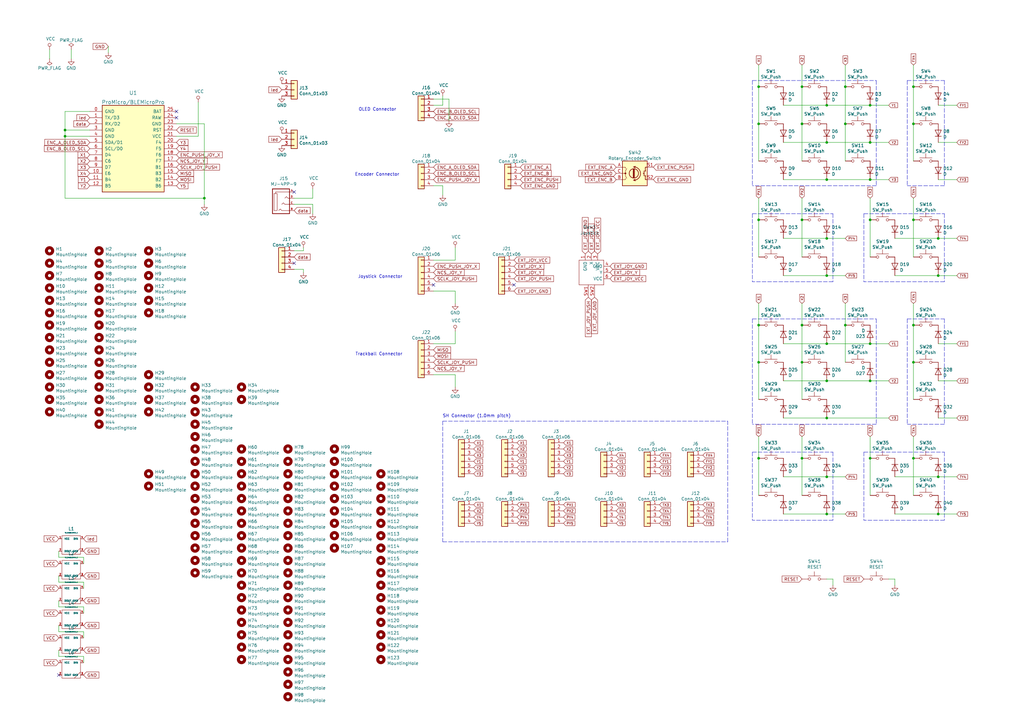
<source format=kicad_sch>
(kicad_sch (version 20210406) (generator eeschema)
  (paper "A3")
  (title_block (title "PANGAEA Keyboard") (rev "1") (company "@e3w2q, @k2___________, @otahinosame"))
  (junction (at 26.67 53.34) (diameter 0.9144))
  (junction (at 26.67 55.88) (diameter 0.9144))
  (junction (at 83.82 81.28) (diameter 0.9144))
  (junction (at 311.15 35.56) (diameter 0.9144))
  (junction (at 311.15 50.8) (diameter 0.9144))
  (junction (at 311.15 90.17) (diameter 0.9144))
  (junction (at 311.15 133.35) (diameter 0.9144))
  (junction (at 311.15 148.59) (diameter 0.9144))
  (junction (at 311.15 187.96) (diameter 0.9144))
  (junction (at 328.93 35.56) (diameter 0.9144))
  (junction (at 328.93 50.8) (diameter 0.9144))
  (junction (at 328.93 90.17) (diameter 0.9144))
  (junction (at 328.93 133.35) (diameter 0.9144))
  (junction (at 328.93 148.59) (diameter 0.9144))
  (junction (at 328.93 187.96) (diameter 0.9144))
  (junction (at 339.09 43.18) (diameter 0.9144))
  (junction (at 339.09 58.42) (diameter 0.9144))
  (junction (at 339.09 73.66) (diameter 0.9144))
  (junction (at 339.09 97.79) (diameter 0.9144))
  (junction (at 339.09 113.03) (diameter 0.9144))
  (junction (at 339.09 140.97) (diameter 0.9144))
  (junction (at 339.09 156.21) (diameter 0.9144))
  (junction (at 339.09 171.45) (diameter 0.9144))
  (junction (at 339.09 195.58) (diameter 0.9144))
  (junction (at 339.09 210.82) (diameter 0.9144))
  (junction (at 346.71 35.56) (diameter 0.9144))
  (junction (at 346.71 50.8) (diameter 0.9144))
  (junction (at 346.71 133.35) (diameter 0.9144))
  (junction (at 356.87 43.18) (diameter 0.9144))
  (junction (at 356.87 58.42) (diameter 0.9144))
  (junction (at 356.87 73.66) (diameter 0.9144))
  (junction (at 356.87 90.17) (diameter 0.9144))
  (junction (at 356.87 140.97) (diameter 0.9144))
  (junction (at 356.87 156.21) (diameter 0.9144))
  (junction (at 356.87 187.96) (diameter 0.9144))
  (junction (at 374.65 35.56) (diameter 0.9144))
  (junction (at 374.65 50.8) (diameter 0.9144))
  (junction (at 374.65 90.17) (diameter 0.9144))
  (junction (at 374.65 133.35) (diameter 0.9144))
  (junction (at 374.65 148.59) (diameter 0.9144))
  (junction (at 374.65 187.96) (diameter 0.9144))
  (junction (at 384.81 97.79) (diameter 0.9144))
  (junction (at 384.81 113.03) (diameter 0.9144))
  (junction (at 384.81 195.58) (diameter 0.9144))
  (junction (at 384.81 210.82) (diameter 0.9144))
  (no_connect (at 24.13 276.86))
  (no_connect (at 72.39 45.72))
  (no_connect (at 72.39 48.26))
  (no_connect (at 120.65 78.74))
  (no_connect (at 120.65 107.95))
  (no_connect (at 177.8 116.84))
  (no_connect (at 210.82 116.84))
  (wire (pts (xy 20.32 20.32) (xy 20.32 24.13)))
  (wire (pts (xy 24.13 226.06) (xy 24.13 228.6)))
  (wire (pts (xy 24.13 228.6) (xy 34.29 228.6)))
  (wire (pts (xy 24.13 236.22) (xy 24.13 238.76)))
  (wire (pts (xy 24.13 238.76) (xy 34.29 238.76)))
  (wire (pts (xy 24.13 246.38) (xy 24.13 248.92)))
  (wire (pts (xy 24.13 248.92) (xy 34.29 248.92)))
  (wire (pts (xy 24.13 256.54) (xy 24.13 259.08)))
  (wire (pts (xy 24.13 259.08) (xy 34.29 259.08)))
  (wire (pts (xy 24.13 266.7) (xy 24.13 269.24)))
  (wire (pts (xy 24.13 269.24) (xy 34.29 269.24)))
  (wire (pts (xy 26.67 45.72) (xy 26.67 53.34)))
  (wire (pts (xy 26.67 53.34) (xy 36.83 53.34)))
  (wire (pts (xy 26.67 55.88) (xy 26.67 53.34)))
  (wire (pts (xy 26.67 55.88) (xy 36.83 55.88)))
  (wire (pts (xy 26.67 81.28) (xy 26.67 55.88)))
  (wire (pts (xy 29.21 20.32) (xy 29.21 24.13)))
  (wire (pts (xy 34.29 228.6) (xy 34.29 231.14)))
  (wire (pts (xy 34.29 238.76) (xy 34.29 241.3)))
  (wire (pts (xy 34.29 248.92) (xy 34.29 251.46)))
  (wire (pts (xy 34.29 259.08) (xy 34.29 261.62)))
  (wire (pts (xy 34.29 269.24) (xy 34.29 271.78)))
  (wire (pts (xy 36.83 45.72) (xy 26.67 45.72)))
  (wire (pts (xy 44.45 19.05) (xy 44.45 21.59)))
  (wire (pts (xy 72.39 50.8) (xy 83.82 50.8)))
  (wire (pts (xy 72.39 55.88) (xy 81.28 55.88)))
  (wire (pts (xy 81.28 41.91) (xy 81.28 55.88)))
  (wire (pts (xy 83.82 50.8) (xy 83.82 81.28)))
  (wire (pts (xy 83.82 81.28) (xy 26.67 81.28)))
  (wire (pts (xy 83.82 81.28) (xy 83.82 83.82)))
  (wire (pts (xy 120.65 81.28) (xy 128.27 81.28)))
  (wire (pts (xy 120.65 83.82) (xy 128.27 83.82)))
  (wire (pts (xy 120.65 102.87) (xy 124.46 102.87)))
  (wire (pts (xy 120.65 110.49) (xy 124.46 110.49)))
  (wire (pts (xy 124.46 101.6) (xy 124.46 102.87)))
  (wire (pts (xy 124.46 110.49) (xy 124.46 111.76)))
  (wire (pts (xy 128.27 81.28) (xy 128.27 77.47)))
  (wire (pts (xy 128.27 83.82) (xy 128.27 87.63)))
  (wire (pts (xy 177.8 40.64) (xy 184.15 40.64)))
  (wire (pts (xy 177.8 43.18) (xy 181.61 43.18)))
  (wire (pts (xy 177.8 76.2) (xy 181.61 76.2)))
  (wire (pts (xy 177.8 106.68) (xy 186.69 106.68)))
  (wire (pts (xy 177.8 119.38) (xy 186.69 119.38)))
  (wire (pts (xy 177.8 140.97) (xy 186.69 140.97)))
  (wire (pts (xy 177.8 153.67) (xy 186.69 153.67)))
  (wire (pts (xy 181.61 39.37) (xy 181.61 43.18)))
  (wire (pts (xy 181.61 76.2) (xy 181.61 80.01)))
  (wire (pts (xy 184.15 40.64) (xy 184.15 49.53)))
  (wire (pts (xy 186.69 101.6) (xy 186.69 106.68)))
  (wire (pts (xy 186.69 119.38) (xy 186.69 124.46)))
  (wire (pts (xy 186.69 135.89) (xy 186.69 140.97)))
  (wire (pts (xy 186.69 153.67) (xy 186.69 158.75)))
  (wire (pts (xy 311.15 26.67) (xy 311.15 35.56)))
  (wire (pts (xy 311.15 35.56) (xy 311.15 50.8)))
  (wire (pts (xy 311.15 50.8) (xy 311.15 66.04)))
  (wire (pts (xy 311.15 81.28) (xy 311.15 90.17)))
  (wire (pts (xy 311.15 90.17) (xy 311.15 105.41)))
  (wire (pts (xy 311.15 124.46) (xy 311.15 133.35)))
  (wire (pts (xy 311.15 133.35) (xy 311.15 148.59)))
  (wire (pts (xy 311.15 148.59) (xy 311.15 163.83)))
  (wire (pts (xy 311.15 179.07) (xy 311.15 187.96)))
  (wire (pts (xy 311.15 187.96) (xy 311.15 203.2)))
  (wire (pts (xy 321.31 43.18) (xy 339.09 43.18)))
  (wire (pts (xy 321.31 58.42) (xy 339.09 58.42)))
  (wire (pts (xy 321.31 73.66) (xy 339.09 73.66)))
  (wire (pts (xy 321.31 97.79) (xy 339.09 97.79)))
  (wire (pts (xy 321.31 113.03) (xy 339.09 113.03)))
  (wire (pts (xy 321.31 140.97) (xy 339.09 140.97)))
  (wire (pts (xy 321.31 156.21) (xy 339.09 156.21)))
  (wire (pts (xy 321.31 171.45) (xy 339.09 171.45)))
  (wire (pts (xy 321.31 195.58) (xy 339.09 195.58)))
  (wire (pts (xy 321.31 210.82) (xy 339.09 210.82)))
  (wire (pts (xy 328.93 26.67) (xy 328.93 35.56)))
  (wire (pts (xy 328.93 35.56) (xy 328.93 50.8)))
  (wire (pts (xy 328.93 50.8) (xy 328.93 66.04)))
  (wire (pts (xy 328.93 81.28) (xy 328.93 90.17)))
  (wire (pts (xy 328.93 90.17) (xy 328.93 105.41)))
  (wire (pts (xy 328.93 124.46) (xy 328.93 133.35)))
  (wire (pts (xy 328.93 133.35) (xy 328.93 148.59)))
  (wire (pts (xy 328.93 148.59) (xy 328.93 163.83)))
  (wire (pts (xy 328.93 179.07) (xy 328.93 187.96)))
  (wire (pts (xy 328.93 187.96) (xy 328.93 203.2)))
  (wire (pts (xy 339.09 43.18) (xy 356.87 43.18)))
  (wire (pts (xy 339.09 58.42) (xy 356.87 58.42)))
  (wire (pts (xy 339.09 73.66) (xy 356.87 73.66)))
  (wire (pts (xy 339.09 97.79) (xy 346.71 97.79)))
  (wire (pts (xy 339.09 113.03) (xy 346.71 113.03)))
  (wire (pts (xy 339.09 140.97) (xy 356.87 140.97)))
  (wire (pts (xy 339.09 156.21) (xy 356.87 156.21)))
  (wire (pts (xy 339.09 171.45) (xy 364.49 171.45)))
  (wire (pts (xy 339.09 195.58) (xy 346.71 195.58)))
  (wire (pts (xy 339.09 210.82) (xy 346.71 210.82)))
  (wire (pts (xy 339.09 237.49) (xy 341.63 237.49)))
  (wire (pts (xy 341.63 237.49) (xy 341.63 240.03)))
  (wire (pts (xy 346.71 26.67) (xy 346.71 35.56)))
  (wire (pts (xy 346.71 35.56) (xy 346.71 50.8)))
  (wire (pts (xy 346.71 50.8) (xy 346.71 66.04)))
  (wire (pts (xy 346.71 124.46) (xy 346.71 133.35)))
  (wire (pts (xy 346.71 133.35) (xy 346.71 148.59)))
  (wire (pts (xy 356.87 43.18) (xy 364.49 43.18)))
  (wire (pts (xy 356.87 58.42) (xy 364.49 58.42)))
  (wire (pts (xy 356.87 73.66) (xy 364.49 73.66)))
  (wire (pts (xy 356.87 81.28) (xy 356.87 90.17)))
  (wire (pts (xy 356.87 90.17) (xy 356.87 105.41)))
  (wire (pts (xy 356.87 140.97) (xy 364.49 140.97)))
  (wire (pts (xy 356.87 156.21) (xy 364.49 156.21)))
  (wire (pts (xy 356.87 179.07) (xy 356.87 187.96)))
  (wire (pts (xy 356.87 187.96) (xy 356.87 203.2)))
  (wire (pts (xy 364.49 237.49) (xy 367.03 237.49)))
  (wire (pts (xy 367.03 97.79) (xy 384.81 97.79)))
  (wire (pts (xy 367.03 113.03) (xy 384.81 113.03)))
  (wire (pts (xy 367.03 195.58) (xy 384.81 195.58)))
  (wire (pts (xy 367.03 210.82) (xy 384.81 210.82)))
  (wire (pts (xy 367.03 237.49) (xy 367.03 240.03)))
  (wire (pts (xy 374.65 26.67) (xy 374.65 35.56)))
  (wire (pts (xy 374.65 35.56) (xy 374.65 50.8)))
  (wire (pts (xy 374.65 50.8) (xy 374.65 66.04)))
  (wire (pts (xy 374.65 81.28) (xy 374.65 90.17)))
  (wire (pts (xy 374.65 90.17) (xy 374.65 105.41)))
  (wire (pts (xy 374.65 124.46) (xy 374.65 133.35)))
  (wire (pts (xy 374.65 133.35) (xy 374.65 148.59)))
  (wire (pts (xy 374.65 148.59) (xy 374.65 163.83)))
  (wire (pts (xy 374.65 179.07) (xy 374.65 187.96)))
  (wire (pts (xy 374.65 187.96) (xy 374.65 203.2)))
  (wire (pts (xy 384.81 43.18) (xy 392.43 43.18)))
  (wire (pts (xy 384.81 58.42) (xy 392.43 58.42)))
  (wire (pts (xy 384.81 73.66) (xy 392.43 73.66)))
  (wire (pts (xy 384.81 97.79) (xy 392.43 97.79)))
  (wire (pts (xy 384.81 113.03) (xy 392.43 113.03)))
  (wire (pts (xy 384.81 140.97) (xy 392.43 140.97)))
  (wire (pts (xy 384.81 156.21) (xy 392.43 156.21)))
  (wire (pts (xy 384.81 171.45) (xy 392.43 171.45)))
  (wire (pts (xy 384.81 195.58) (xy 392.43 195.58)))
  (wire (pts (xy 384.81 210.82) (xy 392.43 210.82)))
  (polyline (pts (xy 181.61 172.72) (xy 181.61 222.25)) (stroke (width 0) (type dash)))
  (polyline (pts (xy 181.61 172.72) (xy 298.45 172.72)) (stroke (width 0) (type dash)))
  (polyline (pts (xy 181.61 222.25) (xy 298.45 222.25)) (stroke (width 0) (type dash)))
  (polyline (pts (xy 298.45 222.25) (xy 298.45 172.72)) (stroke (width 0) (type dash)))
  (polyline (pts (xy 308.61 33.02) (xy 308.61 76.2)) (stroke (width 0) (type dash)))
  (polyline (pts (xy 308.61 33.02) (xy 359.41 33.02)) (stroke (width 0) (type dash)))
  (polyline (pts (xy 308.61 87.63) (xy 308.61 115.57)) (stroke (width 0) (type dash)))
  (polyline (pts (xy 308.61 87.63) (xy 341.63 87.63)) (stroke (width 0) (type dash)))
  (polyline (pts (xy 308.61 130.81) (xy 308.61 173.99)) (stroke (width 0) (type dash)))
  (polyline (pts (xy 308.61 130.81) (xy 359.41 130.81)) (stroke (width 0) (type dash)))
  (polyline (pts (xy 308.61 185.42) (xy 308.61 213.36)) (stroke (width 0) (type dash)))
  (polyline (pts (xy 308.61 185.42) (xy 341.63 185.42)) (stroke (width 0) (type dash)))
  (polyline (pts (xy 341.63 87.63) (xy 341.63 115.57)) (stroke (width 0) (type dash)))
  (polyline (pts (xy 341.63 115.57) (xy 308.61 115.57)) (stroke (width 0) (type dash)))
  (polyline (pts (xy 341.63 185.42) (xy 341.63 213.36)) (stroke (width 0) (type dash)))
  (polyline (pts (xy 341.63 213.36) (xy 308.61 213.36)) (stroke (width 0) (type dash)))
  (polyline (pts (xy 354.33 87.63) (xy 354.33 115.57)) (stroke (width 0) (type dash)))
  (polyline (pts (xy 354.33 87.63) (xy 387.35 87.63)) (stroke (width 0) (type dash)))
  (polyline (pts (xy 354.33 185.42) (xy 354.33 213.36)) (stroke (width 0) (type dash)))
  (polyline (pts (xy 354.33 185.42) (xy 387.35 185.42)) (stroke (width 0) (type dash)))
  (polyline (pts (xy 359.41 33.02) (xy 359.41 76.2)) (stroke (width 0) (type dash)))
  (polyline (pts (xy 359.41 76.2) (xy 308.61 76.2)) (stroke (width 0) (type dash)))
  (polyline (pts (xy 359.41 130.81) (xy 359.41 173.99)) (stroke (width 0) (type dash)))
  (polyline (pts (xy 359.41 173.99) (xy 308.61 173.99)) (stroke (width 0) (type dash)))
  (polyline (pts (xy 372.11 33.02) (xy 372.11 76.2)) (stroke (width 0) (type dash)))
  (polyline (pts (xy 372.11 33.02) (xy 387.35 33.02)) (stroke (width 0) (type dash)))
  (polyline (pts (xy 372.11 130.81) (xy 372.11 173.99)) (stroke (width 0) (type dash)))
  (polyline (pts (xy 372.11 130.81) (xy 387.35 130.81)) (stroke (width 0) (type dash)))
  (polyline (pts (xy 387.35 33.02) (xy 387.35 76.2)) (stroke (width 0) (type dash)))
  (polyline (pts (xy 387.35 76.2) (xy 372.11 76.2)) (stroke (width 0) (type dash)))
  (polyline (pts (xy 387.35 87.63) (xy 387.35 115.57)) (stroke (width 0) (type dash)))
  (polyline (pts (xy 387.35 115.57) (xy 354.33 115.57)) (stroke (width 0) (type dash)))
  (polyline (pts (xy 387.35 130.81) (xy 387.35 173.99)) (stroke (width 0) (type dash)))
  (polyline (pts (xy 387.35 173.99) (xy 372.11 173.99)) (stroke (width 0) (type dash)))
  (polyline (pts (xy 387.35 185.42) (xy 387.35 213.36)) (stroke (width 0) (type dash)))
  (polyline (pts (xy 387.35 213.36) (xy 354.33 213.36)) (stroke (width 0) (type dash)))
  (text "OLED Connector" (at 162.56 45.72 180) (effects (font (size 1.27 1.27)) (justify right bottom)))
  (text "Encoder Connector" (at 163.83 72.39 180) (effects (font (size 1.27 1.27)) (justify right bottom)))
  (text "Joystick Connector" (at 165.1 114.3 180) (effects (font (size 1.27 1.27)) (justify right bottom)))
  (text "Trackball Connector" (at 165.1 146.05 180) (effects (font (size 1.27 1.27)) (justify right bottom)))
  (text "SH Connector (1.0mm pitch)" (at 209.55 171.45 180) (effects (font (size 1.27 1.27)) (justify right bottom)))
  (global_label "VCC" (shape input) (at 24.13 220.98 180) (property "Intersheet References" "${INTERSHEET_REFS}" (effects hide)))
  (global_label "VCC" (shape input) (at 24.13 231.14 180) (property "Intersheet References" "${INTERSHEET_REFS}" (effects hide)))
  (global_label "VCC" (shape input) (at 24.13 241.3 180) (property "Intersheet References" "${INTERSHEET_REFS}" (effects hide)))
  (global_label "VCC" (shape input) (at 24.13 251.46 180) (property "Intersheet References" "${INTERSHEET_REFS}" (effects hide)))
  (global_label "VCC" (shape input) (at 24.13 261.62 180) (property "Intersheet References" "${INTERSHEET_REFS}" (effects hide)))
  (global_label "VCC" (shape input) (at 24.13 271.78 180) (property "Intersheet References" "${INTERSHEET_REFS}" (effects hide)))
  (global_label "led" (shape input) (at 34.29 220.98 0) (property "Intersheet References" "${INTERSHEET_REFS}" (effects hide)))
  (global_label "GND" (shape input) (at 34.29 226.06 0) (property "Intersheet References" "${INTERSHEET_REFS}" (effects hide)))
  (global_label "GND" (shape input) (at 34.29 236.22 0) (property "Intersheet References" "${INTERSHEET_REFS}" (effects hide)))
  (global_label "GND" (shape input) (at 34.29 246.38 0) (property "Intersheet References" "${INTERSHEET_REFS}" (effects hide)))
  (global_label "GND" (shape input) (at 34.29 256.54 0) (property "Intersheet References" "${INTERSHEET_REFS}" (effects hide)))
  (global_label "GND" (shape input) (at 34.29 266.7 0) (property "Intersheet References" "${INTERSHEET_REFS}" (effects hide)))
  (global_label "GND" (shape input) (at 34.29 276.86 0) (property "Intersheet References" "${INTERSHEET_REFS}" (effects hide)))
  (global_label "led" (shape input) (at 36.83 48.26 180) (property "Intersheet References" "${INTERSHEET_REFS}" (effects hide)))
  (global_label "data" (shape input) (at 36.83 50.8 180) (property "Intersheet References" "${INTERSHEET_REFS}" (effects hide)))
  (global_label "ENC_A_OLED_SDA" (shape input) (at 36.83 58.42 180) (property "Intersheet References" "${INTERSHEET_REFS}" (effects hide)))
  (global_label "ENC_B_OLED_SCL" (shape input) (at 36.83 60.96 180) (property "Intersheet References" "${INTERSHEET_REFS}" (effects hide)))
  (global_label "X1" (shape input) (at 36.83 63.5 180) (property "Intersheet References" "${INTERSHEET_REFS}" (effects hide)))
  (global_label "X2" (shape input) (at 36.83 66.04 180) (property "Intersheet References" "${INTERSHEET_REFS}" (effects hide)))
  (global_label "X3" (shape input) (at 36.83 68.58 180) (property "Intersheet References" "${INTERSHEET_REFS}" (effects hide)))
  (global_label "X4" (shape input) (at 36.83 71.12 180) (property "Intersheet References" "${INTERSHEET_REFS}" (effects hide)))
  (global_label "Y1" (shape input) (at 36.83 73.66 180) (property "Intersheet References" "${INTERSHEET_REFS}" (effects hide)))
  (global_label "Y2" (shape input) (at 36.83 76.2 180) (property "Intersheet References" "${INTERSHEET_REFS}" (effects hide)))
  (global_label "GND" (shape input) (at 44.45 19.05 180) (property "Intersheet References" "${INTERSHEET_REFS}" (effects hide)))
  (global_label "RESET" (shape input) (at 72.39 53.34 0) (property "Intersheet References" "${INTERSHEET_REFS}" (effects hide)))
  (global_label "Y3" (shape input) (at 72.39 58.42 0) (property "Intersheet References" "${INTERSHEET_REFS}" (effects hide)))
  (global_label "Y4" (shape input) (at 72.39 60.96 0) (property "Intersheet References" "${INTERSHEET_REFS}" (effects hide)))
  (global_label "ENC_PUSH_JOY_X" (shape input) (at 72.39 63.5 0) (property "Intersheet References" "${INTERSHEET_REFS}" (effects hide)))
  (global_label "NCS_JOY_Y" (shape input) (at 72.39 66.04 0) (property "Intersheet References" "${INTERSHEET_REFS}" (effects hide)))
  (global_label "SCLK_JOY_PUSH" (shape input) (at 72.39 68.58 0) (property "Intersheet References" "${INTERSHEET_REFS}" (effects hide)))
  (global_label "MISO" (shape input) (at 72.39 71.12 0) (property "Intersheet References" "${INTERSHEET_REFS}" (effects hide)))
  (global_label "MOSI" (shape input) (at 72.39 73.66 0) (property "Intersheet References" "${INTERSHEET_REFS}" (effects hide)))
  (global_label "Y5" (shape input) (at 72.39 76.2 0) (property "Intersheet References" "${INTERSHEET_REFS}" (effects hide)))
  (global_label "led" (shape input) (at 115.57 36.83 180) (property "Intersheet References" "${INTERSHEET_REFS}" (effects hide)))
  (global_label "led" (shape input) (at 115.57 57.15 180) (property "Intersheet References" "${INTERSHEET_REFS}" (effects hide)))
  (global_label "data" (shape input) (at 120.65 86.36 0) (property "Intersheet References" "${INTERSHEET_REFS}" (effects hide)))
  (global_label "data" (shape input) (at 120.65 105.41 0) (property "Intersheet References" "${INTERSHEET_REFS}" (effects hide)))
  (global_label "ENC_B_OLED_SCL" (shape input) (at 177.8 45.72 0) (property "Intersheet References" "${INTERSHEET_REFS}" (effects hide)))
  (global_label "ENC_A_OLED_SDA" (shape input) (at 177.8 48.26 0) (property "Intersheet References" "${INTERSHEET_REFS}" (effects hide)))
  (global_label "ENC_A_OLED_SDA" (shape input) (at 177.8 68.58 0) (property "Intersheet References" "${INTERSHEET_REFS}" (effects hide)))
  (global_label "ENC_B_OLED_SCL" (shape input) (at 177.8 71.12 0) (property "Intersheet References" "${INTERSHEET_REFS}" (effects hide)))
  (global_label "ENC_PUSH_JOY_X" (shape input) (at 177.8 73.66 0) (property "Intersheet References" "${INTERSHEET_REFS}" (effects hide)))
  (global_label "ENC_PUSH_JOY_X" (shape input) (at 177.8 109.22 0) (property "Intersheet References" "${INTERSHEET_REFS}" (effects hide)))
  (global_label "NCS_JOY_Y" (shape input) (at 177.8 111.76 0) (property "Intersheet References" "${INTERSHEET_REFS}" (effects hide)))
  (global_label "SCLK_JOY_PUSH" (shape input) (at 177.8 114.3 0) (property "Intersheet References" "${INTERSHEET_REFS}" (effects hide)))
  (global_label "MISO" (shape input) (at 177.8 143.51 0) (property "Intersheet References" "${INTERSHEET_REFS}" (effects hide)))
  (global_label "MOSI" (shape input) (at 177.8 146.05 0) (property "Intersheet References" "${INTERSHEET_REFS}" (effects hide)))
  (global_label "SCLK_JOY_PUSH" (shape input) (at 177.8 148.59 0) (property "Intersheet References" "${INTERSHEET_REFS}" (effects hide)))
  (global_label "NCS_JOY_Y" (shape input) (at 177.8 151.13 0) (property "Intersheet References" "${INTERSHEET_REFS}" (effects hide)))
  (global_label "X1" (shape input) (at 194.31 181.61 0) (effects (font (size 0.9906 0.9906))) (property "Intersheet References" "${INTERSHEET_REFS}" (effects hide)))
  (global_label "X2" (shape input) (at 194.31 184.15 0) (effects (font (size 0.9906 0.9906))) (property "Intersheet References" "${INTERSHEET_REFS}" (effects hide)))
  (global_label "X3" (shape input) (at 194.31 186.69 0) (effects (font (size 0.9906 0.9906))) (property "Intersheet References" "${INTERSHEET_REFS}" (effects hide)))
  (global_label "Y1" (shape input) (at 194.31 189.23 0) (effects (font (size 0.9906 0.9906))) (property "Intersheet References" "${INTERSHEET_REFS}" (effects hide)))
  (global_label "Y2" (shape input) (at 194.31 191.77 0) (effects (font (size 0.9906 0.9906))) (property "Intersheet References" "${INTERSHEET_REFS}" (effects hide)))
  (global_label "Y3" (shape input) (at 194.31 194.31 0) (effects (font (size 0.9906 0.9906))) (property "Intersheet References" "${INTERSHEET_REFS}" (effects hide)))
  (global_label "X1" (shape input) (at 194.31 207.01 0) (effects (font (size 0.9906 0.9906))) (property "Intersheet References" "${INTERSHEET_REFS}" (effects hide)))
  (global_label "X2" (shape input) (at 194.31 209.55 0) (effects (font (size 0.9906 0.9906))) (property "Intersheet References" "${INTERSHEET_REFS}" (effects hide)))
  (global_label "Y4" (shape input) (at 194.31 212.09 0) (effects (font (size 0.9906 0.9906))) (property "Intersheet References" "${INTERSHEET_REFS}" (effects hide)))
  (global_label "Y5" (shape input) (at 194.31 214.63 0) (effects (font (size 0.9906 0.9906))) (property "Intersheet References" "${INTERSHEET_REFS}" (effects hide)))
  (global_label "EXT_JOY_VCC" (shape input) (at 210.82 106.68 0) (property "Intersheet References" "${INTERSHEET_REFS}" (effects hide)))
  (global_label "EXT_JOY_X" (shape input) (at 210.82 109.22 0) (property "Intersheet References" "${INTERSHEET_REFS}" (effects hide)))
  (global_label "EXT_JOY_Y" (shape input) (at 210.82 111.76 0) (property "Intersheet References" "${INTERSHEET_REFS}" (effects hide)))
  (global_label "EXT_JOY_PUSH" (shape input) (at 210.82 114.3 0) (property "Intersheet References" "${INTERSHEET_REFS}" (effects hide)))
  (global_label "EXT_JOY_GND" (shape input) (at 210.82 119.38 0) (property "Intersheet References" "${INTERSHEET_REFS}" (effects hide)))
  (global_label "X1" (shape input) (at 212.09 181.61 0) (effects (font (size 0.9906 0.9906))) (property "Intersheet References" "${INTERSHEET_REFS}" (effects hide)))
  (global_label "X2" (shape input) (at 212.09 184.15 0) (effects (font (size 0.9906 0.9906))) (property "Intersheet References" "${INTERSHEET_REFS}" (effects hide)))
  (global_label "X3" (shape input) (at 212.09 186.69 0) (effects (font (size 0.9906 0.9906))) (property "Intersheet References" "${INTERSHEET_REFS}" (effects hide)))
  (global_label "Y1" (shape input) (at 212.09 189.23 0) (effects (font (size 0.9906 0.9906))) (property "Intersheet References" "${INTERSHEET_REFS}" (effects hide)))
  (global_label "Y2" (shape input) (at 212.09 191.77 0) (effects (font (size 0.9906 0.9906))) (property "Intersheet References" "${INTERSHEET_REFS}" (effects hide)))
  (global_label "Y3" (shape input) (at 212.09 194.31 0) (effects (font (size 0.9906 0.9906))) (property "Intersheet References" "${INTERSHEET_REFS}" (effects hide)))
  (global_label "PX1" (shape input) (at 212.09 207.01 0) (effects (font (size 0.9906 0.9906))) (property "Intersheet References" "${INTERSHEET_REFS}" (effects hide)))
  (global_label "PX2" (shape input) (at 212.09 209.55 0) (effects (font (size 0.9906 0.9906))) (property "Intersheet References" "${INTERSHEET_REFS}" (effects hide)))
  (global_label "PY4" (shape input) (at 212.09 212.09 0) (effects (font (size 0.9906 0.9906))) (property "Intersheet References" "${INTERSHEET_REFS}" (effects hide)))
  (global_label "PY5" (shape input) (at 212.09 214.63 0) (effects (font (size 0.9906 0.9906))) (property "Intersheet References" "${INTERSHEET_REFS}" (effects hide)))
  (global_label "EXT_ENC_A" (shape input) (at 213.36 68.58 0) (property "Intersheet References" "${INTERSHEET_REFS}" (effects hide)))
  (global_label "EXT_ENC_B" (shape input) (at 213.36 71.12 0) (property "Intersheet References" "${INTERSHEET_REFS}" (effects hide)))
  (global_label "EXT_ENC_PUSH" (shape input) (at 213.36 73.66 0) (property "Intersheet References" "${INTERSHEET_REFS}" (effects hide)))
  (global_label "EXT_ENC_GND" (shape input) (at 213.36 76.2 0) (property "Intersheet References" "${INTERSHEET_REFS}" (effects hide)))
  (global_label "X1" (shape input) (at 231.14 181.61 0) (effects (font (size 0.9906 0.9906))) (property "Intersheet References" "${INTERSHEET_REFS}" (effects hide)))
  (global_label "X2" (shape input) (at 231.14 184.15 0) (effects (font (size 0.9906 0.9906))) (property "Intersheet References" "${INTERSHEET_REFS}" (effects hide)))
  (global_label "X3" (shape input) (at 231.14 186.69 0) (effects (font (size 0.9906 0.9906))) (property "Intersheet References" "${INTERSHEET_REFS}" (effects hide)))
  (global_label "Y1" (shape input) (at 231.14 189.23 0) (effects (font (size 0.9906 0.9906))) (property "Intersheet References" "${INTERSHEET_REFS}" (effects hide)))
  (global_label "Y2" (shape input) (at 231.14 191.77 0) (effects (font (size 0.9906 0.9906))) (property "Intersheet References" "${INTERSHEET_REFS}" (effects hide)))
  (global_label "Y3" (shape input) (at 231.14 194.31 0) (effects (font (size 0.9906 0.9906))) (property "Intersheet References" "${INTERSHEET_REFS}" (effects hide)))
  (global_label "PX1" (shape input) (at 231.14 207.01 0) (effects (font (size 0.9906 0.9906))) (property "Intersheet References" "${INTERSHEET_REFS}" (effects hide)))
  (global_label "PX2" (shape input) (at 231.14 209.55 0) (effects (font (size 0.9906 0.9906))) (property "Intersheet References" "${INTERSHEET_REFS}" (effects hide)))
  (global_label "PY4" (shape input) (at 231.14 212.09 0) (effects (font (size 0.9906 0.9906))) (property "Intersheet References" "${INTERSHEET_REFS}" (effects hide)))
  (global_label "PY5" (shape input) (at 231.14 214.63 0) (effects (font (size 0.9906 0.9906))) (property "Intersheet References" "${INTERSHEET_REFS}" (effects hide)))
  (global_label "EXT_JOY_GND" (shape input) (at 240.03 104.14 90) (property "Intersheet References" "${INTERSHEET_REFS}" (effects hide)))
  (global_label "EXT_JOY_PUSH" (shape input) (at 241.3 121.92 270) (property "Intersheet References" "${INTERSHEET_REFS}" (effects hide)))
  (global_label "EXT_JOY_X" (shape input) (at 242.57 104.14 90) (property "Intersheet References" "${INTERSHEET_REFS}" (effects hide)))
  (global_label "EXT_JOY_GND" (shape input) (at 243.84 121.92 270) (property "Intersheet References" "${INTERSHEET_REFS}" (effects hide)))
  (global_label "EXT_JOY_VCC" (shape input) (at 245.11 104.14 90) (property "Intersheet References" "${INTERSHEET_REFS}" (effects hide)))
  (global_label "EXT_JOY_GND" (shape input) (at 250.19 109.22 0) (property "Intersheet References" "${INTERSHEET_REFS}" (effects hide)))
  (global_label "EXT_JOY_Y" (shape input) (at 250.19 111.76 0) (property "Intersheet References" "${INTERSHEET_REFS}" (effects hide)))
  (global_label "EXT_JOY_VCC" (shape input) (at 250.19 114.3 0) (property "Intersheet References" "${INTERSHEET_REFS}" (effects hide)))
  (global_label "EXT_ENC_A" (shape input) (at 252.73 68.58 180) (property "Intersheet References" "${INTERSHEET_REFS}" (effects hide)))
  (global_label "EXT_ENC_GND" (shape input) (at 252.73 71.12 180) (property "Intersheet References" "${INTERSHEET_REFS}" (effects hide)))
  (global_label "EXT_ENC_B" (shape input) (at 252.73 73.66 180) (property "Intersheet References" "${INTERSHEET_REFS}" (effects hide)))
  (global_label "X4" (shape input) (at 252.73 186.69 0) (effects (font (size 0.9906 0.9906))) (property "Intersheet References" "${INTERSHEET_REFS}" (effects hide)))
  (global_label "Y1" (shape input) (at 252.73 189.23 0) (effects (font (size 0.9906 0.9906))) (property "Intersheet References" "${INTERSHEET_REFS}" (effects hide)))
  (global_label "Y2" (shape input) (at 252.73 191.77 0) (effects (font (size 0.9906 0.9906))) (property "Intersheet References" "${INTERSHEET_REFS}" (effects hide)))
  (global_label "Y3" (shape input) (at 252.73 194.31 0) (effects (font (size 0.9906 0.9906))) (property "Intersheet References" "${INTERSHEET_REFS}" (effects hide)))
  (global_label "X3" (shape input) (at 252.73 207.01 0) (effects (font (size 0.9906 0.9906))) (property "Intersheet References" "${INTERSHEET_REFS}" (effects hide)))
  (global_label "X4" (shape input) (at 252.73 209.55 0) (effects (font (size 0.9906 0.9906))) (property "Intersheet References" "${INTERSHEET_REFS}" (effects hide)))
  (global_label "Y4" (shape input) (at 252.73 212.09 0) (effects (font (size 0.9906 0.9906))) (property "Intersheet References" "${INTERSHEET_REFS}" (effects hide)))
  (global_label "Y5" (shape input) (at 252.73 214.63 0) (effects (font (size 0.9906 0.9906))) (property "Intersheet References" "${INTERSHEET_REFS}" (effects hide)))
  (global_label "EXT_ENC_PUSH" (shape input) (at 267.97 68.58 0) (property "Intersheet References" "${INTERSHEET_REFS}" (effects hide)))
  (global_label "EXT_ENC_GND" (shape input) (at 267.97 73.66 0) (property "Intersheet References" "${INTERSHEET_REFS}" (effects hide)))
  (global_label "FX4" (shape input) (at 270.51 186.69 0) (effects (font (size 0.9906 0.9906))) (property "Intersheet References" "${INTERSHEET_REFS}" (effects hide)))
  (global_label "FY1" (shape input) (at 270.51 189.23 0) (effects (font (size 0.9906 0.9906))) (property "Intersheet References" "${INTERSHEET_REFS}" (effects hide)))
  (global_label "FY2" (shape input) (at 270.51 191.77 0) (effects (font (size 0.9906 0.9906))) (property "Intersheet References" "${INTERSHEET_REFS}" (effects hide)))
  (global_label "FY3" (shape input) (at 270.51 194.31 0) (effects (font (size 0.9906 0.9906))) (property "Intersheet References" "${INTERSHEET_REFS}" (effects hide)))
  (global_label "TX3" (shape input) (at 270.51 207.01 0) (effects (font (size 0.9906 0.9906))) (property "Intersheet References" "${INTERSHEET_REFS}" (effects hide)))
  (global_label "TX4" (shape input) (at 270.51 209.55 0) (effects (font (size 0.9906 0.9906))) (property "Intersheet References" "${INTERSHEET_REFS}" (effects hide)))
  (global_label "TY4" (shape input) (at 270.51 212.09 0) (effects (font (size 0.9906 0.9906))) (property "Intersheet References" "${INTERSHEET_REFS}" (effects hide)))
  (global_label "TY5" (shape input) (at 270.51 214.63 0) (effects (font (size 0.9906 0.9906))) (property "Intersheet References" "${INTERSHEET_REFS}" (effects hide)))
  (global_label "FX4" (shape input) (at 288.29 186.69 0) (effects (font (size 0.9906 0.9906))) (property "Intersheet References" "${INTERSHEET_REFS}" (effects hide)))
  (global_label "FY1" (shape input) (at 288.29 189.23 0) (effects (font (size 0.9906 0.9906))) (property "Intersheet References" "${INTERSHEET_REFS}" (effects hide)))
  (global_label "FY2" (shape input) (at 288.29 191.77 0) (effects (font (size 0.9906 0.9906))) (property "Intersheet References" "${INTERSHEET_REFS}" (effects hide)))
  (global_label "FY3" (shape input) (at 288.29 194.31 0) (effects (font (size 0.9906 0.9906))) (property "Intersheet References" "${INTERSHEET_REFS}" (effects hide)))
  (global_label "TX3" (shape input) (at 288.29 207.01 0) (effects (font (size 0.9906 0.9906))) (property "Intersheet References" "${INTERSHEET_REFS}" (effects hide)))
  (global_label "TX4" (shape input) (at 288.29 209.55 0) (effects (font (size 0.9906 0.9906))) (property "Intersheet References" "${INTERSHEET_REFS}" (effects hide)))
  (global_label "TY4" (shape input) (at 288.29 212.09 0) (effects (font (size 0.9906 0.9906))) (property "Intersheet References" "${INTERSHEET_REFS}" (effects hide)))
  (global_label "TY5" (shape input) (at 288.29 214.63 0) (effects (font (size 0.9906 0.9906))) (property "Intersheet References" "${INTERSHEET_REFS}" (effects hide)))
  (global_label "X1" (shape input) (at 311.15 26.67 90) (effects (font (size 0.9906 0.9906))) (property "Intersheet References" "${INTERSHEET_REFS}" (effects hide)))
  (global_label "PX1" (shape input) (at 311.15 81.28 90) (effects (font (size 0.9906 0.9906))) (property "Intersheet References" "${INTERSHEET_REFS}" (effects hide)))
  (global_label "X1" (shape input) (at 311.15 124.46 90) (effects (font (size 0.9906 0.9906))) (property "Intersheet References" "${INTERSHEET_REFS}" (effects hide)))
  (global_label "PX1" (shape input) (at 311.15 179.07 90) (effects (font (size 0.9906 0.9906))) (property "Intersheet References" "${INTERSHEET_REFS}" (effects hide)))
  (global_label "X2" (shape input) (at 328.93 26.67 90) (effects (font (size 0.9906 0.9906))) (property "Intersheet References" "${INTERSHEET_REFS}" (effects hide)))
  (global_label "PX2" (shape input) (at 328.93 81.28 90) (effects (font (size 0.9906 0.9906))) (property "Intersheet References" "${INTERSHEET_REFS}" (effects hide)))
  (global_label "X2" (shape input) (at 328.93 124.46 90) (effects (font (size 0.9906 0.9906))) (property "Intersheet References" "${INTERSHEET_REFS}" (effects hide)))
  (global_label "PX2" (shape input) (at 328.93 179.07 90) (effects (font (size 0.9906 0.9906))) (property "Intersheet References" "${INTERSHEET_REFS}" (effects hide)))
  (global_label "RESET" (shape input) (at 328.93 237.49 180) (property "Intersheet References" "${INTERSHEET_REFS}" (effects hide)))
  (global_label "X3" (shape input) (at 346.71 26.67 90) (effects (font (size 0.9906 0.9906))) (property "Intersheet References" "${INTERSHEET_REFS}" (effects hide)))
  (global_label "PY4" (shape input) (at 346.71 97.79 0) (effects (font (size 0.9906 0.9906))) (property "Intersheet References" "${INTERSHEET_REFS}" (effects hide)))
  (global_label "PY5" (shape input) (at 346.71 113.03 0) (effects (font (size 0.9906 0.9906))) (property "Intersheet References" "${INTERSHEET_REFS}" (effects hide)))
  (global_label "X3" (shape input) (at 346.71 124.46 90) (effects (font (size 0.9906 0.9906))) (property "Intersheet References" "${INTERSHEET_REFS}" (effects hide)))
  (global_label "PY4" (shape input) (at 346.71 195.58 0) (effects (font (size 0.9906 0.9906))) (property "Intersheet References" "${INTERSHEET_REFS}" (effects hide)))
  (global_label "PY5" (shape input) (at 346.71 210.82 0) (effects (font (size 0.9906 0.9906))) (property "Intersheet References" "${INTERSHEET_REFS}" (effects hide)))
  (global_label "RESET" (shape input) (at 354.33 237.49 180) (property "Intersheet References" "${INTERSHEET_REFS}" (effects hide)))
  (global_label "TX3" (shape input) (at 356.87 81.28 90) (effects (font (size 0.9906 0.9906))) (property "Intersheet References" "${INTERSHEET_REFS}" (effects hide)))
  (global_label "TX3" (shape input) (at 356.87 179.07 90) (effects (font (size 0.9906 0.9906))) (property "Intersheet References" "${INTERSHEET_REFS}" (effects hide)))
  (global_label "Y1" (shape input) (at 364.49 43.18 0) (effects (font (size 0.9906 0.9906))) (property "Intersheet References" "${INTERSHEET_REFS}" (effects hide)))
  (global_label "Y2" (shape input) (at 364.49 58.42 0) (effects (font (size 0.9906 0.9906))) (property "Intersheet References" "${INTERSHEET_REFS}" (effects hide)))
  (global_label "Y3" (shape input) (at 364.49 73.66 0) (effects (font (size 0.9906 0.9906))) (property "Intersheet References" "${INTERSHEET_REFS}" (effects hide)))
  (global_label "Y1" (shape input) (at 364.49 140.97 0) (effects (font (size 0.9906 0.9906))) (property "Intersheet References" "${INTERSHEET_REFS}" (effects hide)))
  (global_label "Y2" (shape input) (at 364.49 156.21 0) (effects (font (size 0.9906 0.9906))) (property "Intersheet References" "${INTERSHEET_REFS}" (effects hide)))
  (global_label "Y3" (shape input) (at 364.49 171.45 0) (effects (font (size 0.9906 0.9906))) (property "Intersheet References" "${INTERSHEET_REFS}" (effects hide)))
  (global_label "FX4" (shape input) (at 374.65 26.67 90) (effects (font (size 0.9906 0.9906))) (property "Intersheet References" "${INTERSHEET_REFS}" (effects hide)))
  (global_label "TX4" (shape input) (at 374.65 81.28 90) (effects (font (size 0.9906 0.9906))) (property "Intersheet References" "${INTERSHEET_REFS}" (effects hide)))
  (global_label "FX4" (shape input) (at 374.65 124.46 90) (effects (font (size 0.9906 0.9906))) (property "Intersheet References" "${INTERSHEET_REFS}" (effects hide)))
  (global_label "TX4" (shape input) (at 374.65 179.07 90) (effects (font (size 0.9906 0.9906))) (property "Intersheet References" "${INTERSHEET_REFS}" (effects hide)))
  (global_label "FY1" (shape input) (at 392.43 43.18 0) (effects (font (size 0.9906 0.9906))) (property "Intersheet References" "${INTERSHEET_REFS}" (effects hide)))
  (global_label "FY2" (shape input) (at 392.43 58.42 0) (effects (font (size 0.9906 0.9906))) (property "Intersheet References" "${INTERSHEET_REFS}" (effects hide)))
  (global_label "FY3" (shape input) (at 392.43 73.66 0) (effects (font (size 0.9906 0.9906))) (property "Intersheet References" "${INTERSHEET_REFS}" (effects hide)))
  (global_label "TY4" (shape input) (at 392.43 97.79 0) (effects (font (size 0.9906 0.9906))) (property "Intersheet References" "${INTERSHEET_REFS}" (effects hide)))
  (global_label "TY5" (shape input) (at 392.43 113.03 0) (effects (font (size 0.9906 0.9906))) (property "Intersheet References" "${INTERSHEET_REFS}" (effects hide)))
  (global_label "FY1" (shape input) (at 392.43 140.97 0) (effects (font (size 0.9906 0.9906))) (property "Intersheet References" "${INTERSHEET_REFS}" (effects hide)))
  (global_label "FY2" (shape input) (at 392.43 156.21 0) (effects (font (size 0.9906 0.9906))) (property "Intersheet References" "${INTERSHEET_REFS}" (effects hide)))
  (global_label "FY3" (shape input) (at 392.43 171.45 0) (effects (font (size 0.9906 0.9906))) (property "Intersheet References" "${INTERSHEET_REFS}" (effects hide)))
  (global_label "TY4" (shape input) (at 392.43 195.58 0) (effects (font (size 0.9906 0.9906))) (property "Intersheet References" "${INTERSHEET_REFS}" (effects hide)))
  (global_label "TY5" (shape input) (at 392.43 210.82 0) (effects (font (size 0.9906 0.9906))) (property "Intersheet References" "${INTERSHEET_REFS}" (effects hide)))
  (symbol (lib_id "power:VCC") (at 20.32 20.32 0) (unit 1)
    (property "Reference" "#PWR01" (effects hide))
    (property "Value" "VCC" (at 20.7518 15.9258 0))
  )
  (symbol (lib_id "power:VCC") (at 81.28 41.91 0) (unit 1)
    (property "Reference" "#PWR04" (effects hide))
    (property "Value" "VCC" (at 81.7118 37.5158 0))
  )
  (symbol (lib_id "power:VCC") (at 115.57 34.29 0) (unit 1)
    (property "Reference" "#PWR07" (effects hide))
    (property "Value" "VCC" (at 116.0018 29.8958 0))
  )
  (symbol (lib_id "power:VCC") (at 115.57 54.61 0) (unit 1)
    (property "Reference" "#PWR012" (effects hide))
    (property "Value" "VCC" (at 116.0018 50.2158 0))
  )
  (symbol (lib_id "power:VCC") (at 124.46 101.6 0) (unit 1)
    (property "Reference" "#PWR015" (effects hide))
    (property "Value" "VCC" (at 124.8918 97.2058 0))
  )
  (symbol (lib_id "power:VCC") (at 128.27 77.47 0) (unit 1)
    (property "Reference" "#PWR09" (effects hide))
    (property "Value" "VCC" (at 128.7018 73.0758 0))
  )
  (symbol (lib_id "power:VCC") (at 181.61 39.37 0) (unit 1)
    (property "Reference" "#PWR011" (effects hide))
    (property "Value" "VCC" (at 182.0418 34.9758 0))
  )
  (symbol (lib_id "power:VCC") (at 186.69 101.6 0) (unit 1)
    (property "Reference" "#PWR025" (effects hide))
    (property "Value" "VCC" (at 187.1218 97.2058 0))
  )
  (symbol (lib_id "power:VCC") (at 186.69 135.89 0) (unit 1)
    (property "Reference" "#PWR0102" (effects hide))
    (property "Value" "VCC" (at 187.1218 131.4958 0))
  )
  (symbol (lib_id "power:PWR_FLAG") (at 20.32 24.13 180) (unit 1)
    (property "Reference" "#FLG02" (effects hide))
    (property "Value" "PWR_FLAG" (at 20.32 27.94 0))
  )
  (symbol (lib_id "power:PWR_FLAG") (at 29.21 20.32 0) (unit 1)
    (property "Reference" "#FLG01" (effects hide))
    (property "Value" "PWR_FLAG" (at 29.21 16.51 0))
  )
  (symbol (lib_id "power:GND") (at 29.21 24.13 0) (unit 1)
    (property "Reference" "#PWR03" (effects hide))
    (property "Value" "GND" (at 29.21 27.94 0))
  )
  (symbol (lib_id "power:GND") (at 44.45 21.59 0) (unit 1)
    (property "Reference" "#PWR02" (effects hide))
    (property "Value" "GND" (at 44.45 25.4 0))
  )
  (symbol (lib_id "power:GND") (at 83.82 83.82 0) (unit 1)
    (property "Reference" "#PWR05" (effects hide))
    (property "Value" "GND" (at 83.82 87.63 0))
  )
  (symbol (lib_id "power:GND") (at 115.57 39.37 0) (unit 1)
    (property "Reference" "#PWR08" (effects hide))
    (property "Value" "GND" (at 115.57 43.18 0))
  )
  (symbol (lib_id "power:GND") (at 115.57 59.69 0) (unit 1)
    (property "Reference" "#PWR014" (effects hide))
    (property "Value" "GND" (at 115.57 63.5 0))
  )
  (symbol (lib_id "power:GND") (at 124.46 111.76 0) (unit 1)
    (property "Reference" "#PWR016" (effects hide))
    (property "Value" "GND" (at 124.46 115.57 0))
  )
  (symbol (lib_id "power:GND") (at 128.27 87.63 0) (unit 1)
    (property "Reference" "#PWR010" (effects hide))
    (property "Value" "GND" (at 128.27 91.44 0))
  )
  (symbol (lib_id "power:GND") (at 181.61 80.01 0) (unit 1)
    (property "Reference" "#PWR017" (effects hide))
    (property "Value" "GND" (at 181.61 83.82 0))
  )
  (symbol (lib_id "power:GND") (at 184.15 49.53 0) (unit 1)
    (property "Reference" "#PWR013" (effects hide))
    (property "Value" "GND" (at 184.15 53.34 0))
  )
  (symbol (lib_id "power:GND") (at 186.69 124.46 0) (unit 1)
    (property "Reference" "#PWR026" (effects hide))
    (property "Value" "GND" (at 186.69 128.27 0))
  )
  (symbol (lib_id "power:GND") (at 186.69 158.75 0) (unit 1)
    (property "Reference" "#PWR0101" (effects hide))
    (property "Value" "GND" (at 186.69 162.56 0))
  )
  (symbol (lib_id "power:GND") (at 341.63 240.03 0) (unit 1)
    (property "Reference" "#PWR06" (effects hide))
    (property "Value" "GND" (at 341.63 243.84 0))
  )
  (symbol (lib_id "power:GND") (at 367.03 240.03 0) (unit 1)
    (property "Reference" "#PWR0103" (effects hide))
    (property "Value" "GND" (at 367.03 243.84 0))
  )
  (symbol (lib_id "Mechanical:MountingHole") (at 20.32 102.87 0) (unit 1)
    (property "Reference" "H1" (at 22.8601 102.1091 0) (effects (justify left)))
    (property "Value" "MountingHole" (at 22.8601 104.4078 0) (effects (justify left)))
    (property "Footprint" "#footprint:M2_Nut_Hole_rev2" (effects hide))
  )
  (symbol (lib_id "Mechanical:MountingHole") (at 20.32 107.95 0) (unit 1)
    (property "Reference" "H4" (at 22.8601 107.1891 0) (effects (justify left)))
    (property "Value" "MountingHole" (at 22.8601 109.4878 0) (effects (justify left)))
    (property "Footprint" "#footprint:M2_Nut_Hole_rev2" (effects hide))
  )
  (symbol (lib_id "Mechanical:MountingHole") (at 20.32 113.03 0) (unit 1)
    (property "Reference" "H7" (at 22.8601 112.2691 0) (effects (justify left)))
    (property "Value" "MountingHole" (at 22.8601 114.5678 0) (effects (justify left)))
    (property "Footprint" "#footprint:M2_Nut_Hole_rev2" (effects hide))
  )
  (symbol (lib_id "Mechanical:MountingHole") (at 20.32 118.11 0) (unit 1)
    (property "Reference" "H10" (at 22.8601 117.3491 0) (effects (justify left)))
    (property "Value" "MountingHole" (at 22.8601 119.6478 0) (effects (justify left)))
    (property "Footprint" "#footprint:M2_Nut_Hole_rev2" (effects hide))
  )
  (symbol (lib_id "Mechanical:MountingHole") (at 20.32 123.19 0) (unit 1)
    (property "Reference" "H13" (at 22.8601 122.4291 0) (effects (justify left)))
    (property "Value" "MountingHole" (at 22.8601 124.7278 0) (effects (justify left)))
    (property "Footprint" "#footprint:M2_Nut_Hole_rev2" (effects hide))
  )
  (symbol (lib_id "Mechanical:MountingHole") (at 20.32 128.27 0) (unit 1)
    (property "Reference" "H16" (at 22.8601 127.5091 0) (effects (justify left)))
    (property "Value" "MountingHole" (at 22.8601 129.8078 0) (effects (justify left)))
    (property "Footprint" "#footprint:M1.4_tapping_Hole_rev2" (effects hide))
  )
  (symbol (lib_id "Mechanical:MountingHole") (at 20.32 133.35 0) (unit 1)
    (property "Reference" "H19" (at 22.8601 132.5891 0) (effects (justify left)))
    (property "Value" "MountingHole" (at 22.8601 134.8878 0) (effects (justify left)))
    (property "Footprint" "#footprint:M1.4_tapping_Hole_rev2" (effects hide))
  )
  (symbol (lib_id "Mechanical:MountingHole") (at 20.32 138.43 0) (unit 1)
    (property "Reference" "H21" (at 22.8601 137.6691 0) (effects (justify left)))
    (property "Value" "MountingHole" (at 22.8601 139.9678 0) (effects (justify left)))
    (property "Footprint" "#footprint:M2_Hole" (effects hide))
  )
  (symbol (lib_id "Mechanical:MountingHole") (at 20.32 143.51 0) (unit 1)
    (property "Reference" "H23" (at 22.8601 142.7491 0) (effects (justify left)))
    (property "Value" "MountingHole" (at 22.8601 145.0478 0) (effects (justify left)))
    (property "Footprint" "#footprint:M2_Hole" (effects hide))
  )
  (symbol (lib_id "Mechanical:MountingHole") (at 20.32 148.59 0) (unit 1)
    (property "Reference" "H25" (at 22.8601 147.8291 0) (effects (justify left)))
    (property "Value" "MountingHole" (at 22.8601 150.1278 0) (effects (justify left)))
    (property "Footprint" "#footprint:M2_Hole" (effects hide))
  )
  (symbol (lib_id "Mechanical:MountingHole") (at 20.32 153.67 0) (unit 1)
    (property "Reference" "H27" (at 22.8601 152.9091 0) (effects (justify left)))
    (property "Value" "MountingHole" (at 22.8601 155.2078 0) (effects (justify left)))
    (property "Footprint" "#footprint:M1.4_tapping_Hole_rev2" (effects hide))
  )
  (symbol (lib_id "Mechanical:MountingHole") (at 20.32 158.75 0) (unit 1)
    (property "Reference" "H30" (at 22.8601 157.9891 0) (effects (justify left)))
    (property "Value" "MountingHole" (at 22.8601 160.2878 0) (effects (justify left)))
    (property "Footprint" "#footprint:M1.4_tapping_Hole_rev2" (effects hide))
  )
  (symbol (lib_id "Mechanical:MountingHole") (at 20.32 163.83 0) (unit 1)
    (property "Reference" "H35" (at 22.8601 163.0691 0) (effects (justify left)))
    (property "Value" "MountingHole" (at 22.8601 165.3678 0) (effects (justify left)))
    (property "Footprint" "#footprint:M1.4_tapping_Hole_rev2" (effects hide))
  )
  (symbol (lib_id "Mechanical:MountingHole") (at 20.32 168.91 0) (unit 1)
    (property "Reference" "H40" (at 22.8601 168.1491 0) (effects (justify left)))
    (property "Value" "MountingHole" (at 22.8601 170.4478 0) (effects (justify left)))
    (property "Footprint" "#footprint:M1.4_tapping_Hole_rev2" (effects hide))
  )
  (symbol (lib_id "Mechanical:MountingHole") (at 40.64 102.87 0) (unit 1)
    (property "Reference" "H2" (at 43.1801 102.1091 0) (effects (justify left)))
    (property "Value" "MountingHole" (at 43.1801 104.4078 0) (effects (justify left)))
    (property "Footprint" "#footprint:M2_Nut_Hole_rev2" (effects hide))
  )
  (symbol (lib_id "Mechanical:MountingHole") (at 40.64 107.95 0) (unit 1)
    (property "Reference" "H5" (at 43.1801 107.1891 0) (effects (justify left)))
    (property "Value" "MountingHole" (at 43.1801 109.4878 0) (effects (justify left)))
    (property "Footprint" "#footprint:M2_Nut_Hole_rev2" (effects hide))
  )
  (symbol (lib_id "Mechanical:MountingHole") (at 40.64 113.03 0) (unit 1)
    (property "Reference" "H8" (at 43.1801 112.2691 0) (effects (justify left)))
    (property "Value" "MountingHole" (at 43.1801 114.5678 0) (effects (justify left)))
    (property "Footprint" "#footprint:M2_Nut_Hole_rev2" (effects hide))
  )
  (symbol (lib_id "Mechanical:MountingHole") (at 40.64 118.11 0) (unit 1)
    (property "Reference" "H11" (at 43.1801 117.3491 0) (effects (justify left)))
    (property "Value" "MountingHole" (at 43.1801 119.6478 0) (effects (justify left)))
    (property "Footprint" "#footprint:M2_Nut_Hole_rev2" (effects hide))
  )
  (symbol (lib_id "Mechanical:MountingHole") (at 40.64 123.19 0) (unit 1)
    (property "Reference" "H14" (at 43.1801 122.4291 0) (effects (justify left)))
    (property "Value" "MountingHole" (at 43.1801 124.7278 0) (effects (justify left)))
    (property "Footprint" "#footprint:M2_Nut_Hole_rev2" (effects hide))
  )
  (symbol (lib_id "Mechanical:MountingHole") (at 40.64 128.27 0) (unit 1)
    (property "Reference" "H17" (at 43.1801 127.5091 0) (effects (justify left)))
    (property "Value" "MountingHole" (at 43.1801 129.8078 0) (effects (justify left)))
    (property "Footprint" "#footprint:M1.4_tapping_Hole_rev2" (effects hide))
  )
  (symbol (lib_id "Mechanical:MountingHole") (at 40.64 133.35 0) (unit 1)
    (property "Reference" "H20" (at 43.1801 132.5891 0) (effects (justify left)))
    (property "Value" "MountingHole" (at 43.1801 134.8878 0) (effects (justify left)))
    (property "Footprint" "#footprint:M2_Hole" (effects hide))
  )
  (symbol (lib_id "Mechanical:MountingHole") (at 40.64 138.43 0) (unit 1)
    (property "Reference" "H22" (at 43.1801 137.6691 0) (effects (justify left)))
    (property "Value" "MountingHole" (at 43.1801 139.9678 0) (effects (justify left)))
    (property "Footprint" "#footprint:M2_Hole" (effects hide))
  )
  (symbol (lib_id "Mechanical:MountingHole") (at 40.64 143.51 0) (unit 1)
    (property "Reference" "H24" (at 43.1801 142.7491 0) (effects (justify left)))
    (property "Value" "MountingHole" (at 43.1801 145.0478 0) (effects (justify left)))
    (property "Footprint" "#footprint:M2_Hole" (effects hide))
  )
  (symbol (lib_id "Mechanical:MountingHole") (at 40.64 148.59 0) (unit 1)
    (property "Reference" "H26" (at 43.1801 147.8291 0) (effects (justify left)))
    (property "Value" "MountingHole" (at 43.1801 150.1278 0) (effects (justify left)))
    (property "Footprint" "#footprint:M1.4_tapping_Hole_rev2" (effects hide))
  )
  (symbol (lib_id "Mechanical:MountingHole") (at 40.64 153.67 0) (unit 1)
    (property "Reference" "H28" (at 43.1801 152.9091 0) (effects (justify left)))
    (property "Value" "MountingHole" (at 43.1801 155.2078 0) (effects (justify left)))
    (property "Footprint" "#footprint:M1.4_tapping_Hole_rev2" (effects hide))
  )
  (symbol (lib_id "Mechanical:MountingHole") (at 40.64 158.75 0) (unit 1)
    (property "Reference" "H31" (at 43.1801 157.9891 0) (effects (justify left)))
    (property "Value" "MountingHole" (at 43.1801 160.2878 0) (effects (justify left)))
    (property "Footprint" "#footprint:M1.4_tapping_Hole_rev2" (effects hide))
  )
  (symbol (lib_id "Mechanical:MountingHole") (at 40.64 163.83 0) (unit 1)
    (property "Reference" "H36" (at 43.1801 163.0691 0) (effects (justify left)))
    (property "Value" "MountingHole" (at 43.1801 165.3678 0) (effects (justify left)))
    (property "Footprint" "#footprint:M1.4_tapping_Hole_rev2" (effects hide))
  )
  (symbol (lib_id "Mechanical:MountingHole") (at 40.64 168.91 0) (unit 1)
    (property "Reference" "H41" (at 43.1801 168.1491 0) (effects (justify left)))
    (property "Value" "MountingHole" (at 43.1801 170.4478 0) (effects (justify left)))
    (property "Footprint" "#footprint:M1.4_tapping_Hole_rev2" (effects hide))
  )
  (symbol (lib_id "Mechanical:MountingHole") (at 40.64 173.99 0) (unit 1)
    (property "Reference" "H44" (at 43.1801 173.2291 0) (effects (justify left)))
    (property "Value" "MountingHole" (at 43.1801 175.5278 0) (effects (justify left)))
    (property "Footprint" "#footprint:M1.4_tapping_Hole_rev2" (effects hide))
  )
  (symbol (lib_id "Mechanical:MountingHole") (at 60.96 102.87 0) (unit 1)
    (property "Reference" "H3" (at 63.5001 102.1091 0) (effects (justify left)))
    (property "Value" "MountingHole" (at 63.5001 104.4078 0) (effects (justify left)))
    (property "Footprint" "#footprint:M2_Nut_Hole_rev2" (effects hide))
  )
  (symbol (lib_id "Mechanical:MountingHole") (at 60.96 107.95 0) (unit 1)
    (property "Reference" "H6" (at 63.5001 107.1891 0) (effects (justify left)))
    (property "Value" "MountingHole" (at 63.5001 109.4878 0) (effects (justify left)))
    (property "Footprint" "#footprint:M2_Nut_Hole_rev2" (effects hide))
  )
  (symbol (lib_id "Mechanical:MountingHole") (at 60.96 113.03 0) (unit 1)
    (property "Reference" "H9" (at 63.5001 112.2691 0) (effects (justify left)))
    (property "Value" "MountingHole" (at 63.5001 114.5678 0) (effects (justify left)))
    (property "Footprint" "#footprint:M2_Nut_Hole_rev2" (effects hide))
  )
  (symbol (lib_id "Mechanical:MountingHole") (at 60.96 118.11 0) (unit 1)
    (property "Reference" "H12" (at 63.5001 117.3491 0) (effects (justify left)))
    (property "Value" "MountingHole" (at 63.5001 119.6478 0) (effects (justify left)))
    (property "Footprint" "#footprint:M2_Nut_Hole_rev2" (effects hide))
  )
  (symbol (lib_id "Mechanical:MountingHole") (at 60.96 123.19 0) (unit 1)
    (property "Reference" "H15" (at 63.5001 122.4291 0) (effects (justify left)))
    (property "Value" "MountingHole" (at 63.5001 124.7278 0) (effects (justify left)))
    (property "Footprint" "#footprint:M1.4_tapping_Hole_rev2" (effects hide))
  )
  (symbol (lib_id "Mechanical:MountingHole") (at 60.96 128.27 0) (unit 1)
    (property "Reference" "H18" (at 63.5001 127.5091 0) (effects (justify left)))
    (property "Value" "MountingHole" (at 63.5001 129.8078 0) (effects (justify left)))
    (property "Footprint" "#footprint:M1.4_tapping_Hole_rev2" (effects hide))
  )
  (symbol (lib_id "Mechanical:MountingHole") (at 60.96 153.67 0) (unit 1)
    (property "Reference" "H29" (at 63.5001 152.9091 0) (effects (justify left)))
    (property "Value" "MountingHole" (at 63.5001 155.2078 0) (effects (justify left)))
    (property "Footprint" "#footprint:M1.4_tapping_Hole_rev2" (effects hide))
  )
  (symbol (lib_id "Mechanical:MountingHole") (at 60.96 158.75 0) (unit 1)
    (property "Reference" "H32" (at 63.5001 157.9891 0) (effects (justify left)))
    (property "Value" "MountingHole" (at 63.5001 160.2878 0) (effects (justify left)))
    (property "Footprint" "#footprint:M1.4_tapping_Hole_rev2" (effects hide))
  )
  (symbol (lib_id "Mechanical:MountingHole") (at 60.96 163.83 0) (unit 1)
    (property "Reference" "H37" (at 63.5001 163.0691 0) (effects (justify left)))
    (property "Value" "MountingHole" (at 63.5001 165.3678 0) (effects (justify left)))
    (property "Footprint" "#footprint:M1.4_tapping_Hole_rev2" (effects hide))
  )
  (symbol (lib_id "Mechanical:MountingHole") (at 60.96 168.91 0) (unit 1)
    (property "Reference" "H42" (at 63.5001 168.1491 0) (effects (justify left)))
    (property "Value" "MountingHole" (at 63.5001 170.4478 0) (effects (justify left)))
    (property "Footprint" "#footprint:M1.4_tapping_Hole_rev2" (effects hide))
  )
  (symbol (lib_id "Mechanical:MountingHole") (at 60.96 194.31 0) (unit 1)
    (property "Reference" "H49" (at 63.5001 193.5491 0) (effects (justify left)))
    (property "Value" "MountingHole" (at 63.5001 195.8478 0) (effects (justify left)))
    (property "Footprint" "#footprint:M1.4_tapping_Hole_rev2" (effects hide))
  )
  (symbol (lib_id "Mechanical:MountingHole") (at 60.96 199.39 0) (unit 1)
    (property "Reference" "H51" (at 63.5001 198.6291 0) (effects (justify left)))
    (property "Value" "MountingHole" (at 63.5001 200.9278 0) (effects (justify left)))
    (property "Footprint" "#footprint:M1.4_tapping_Hole_rev2" (effects hide))
  )
  (symbol (lib_id "Mechanical:MountingHole") (at 80.01 158.75 0) (unit 1)
    (property "Reference" "H33" (at 82.5501 157.9891 0) (effects (justify left)))
    (property "Value" "MountingHole" (at 82.5501 160.2878 0) (effects (justify left)))
    (property "Footprint" "#footprint:M1.4_tapping_Hole_rev2" (effects hide))
  )
  (symbol (lib_id "Mechanical:MountingHole") (at 80.01 163.83 0) (unit 1)
    (property "Reference" "H38" (at 82.5501 163.0691 0) (effects (justify left)))
    (property "Value" "MountingHole" (at 82.5501 165.3678 0) (effects (justify left)))
    (property "Footprint" "#footprint:M1.4_tapping_Hole_rev2" (effects hide))
  )
  (symbol (lib_id "Mechanical:MountingHole") (at 80.01 168.91 0) (unit 1)
    (property "Reference" "H43" (at 82.5501 168.1491 0) (effects (justify left)))
    (property "Value" "MountingHole" (at 82.5501 170.4478 0) (effects (justify left)))
    (property "Footprint" "#footprint:M1.4_tapping_Hole_rev2" (effects hide))
  )
  (symbol (lib_id "Mechanical:MountingHole") (at 80.01 173.99 0) (unit 1)
    (property "Reference" "H45" (at 82.5501 173.2291 0) (effects (justify left)))
    (property "Value" "MountingHole" (at 82.5501 175.5278 0) (effects (justify left)))
    (property "Footprint" "#footprint:M1.4_tapping_Hole_rev2" (effects hide))
  )
  (symbol (lib_id "Mechanical:MountingHole") (at 80.01 179.07 0) (unit 1)
    (property "Reference" "H46" (at 82.5501 178.3091 0) (effects (justify left)))
    (property "Value" "MountingHole" (at 82.5501 180.6078 0) (effects (justify left)))
    (property "Footprint" "#footprint:M1.4_tapping_Hole_rev2" (effects hide))
  )
  (symbol (lib_id "Mechanical:MountingHole") (at 80.01 184.15 0) (unit 1)
    (property "Reference" "H47" (at 82.5501 183.3891 0) (effects (justify left)))
    (property "Value" "MountingHole" (at 82.5501 185.6878 0) (effects (justify left)))
    (property "Footprint" "#footprint:M1.4_tapping_Hole_rev2" (effects hide))
  )
  (symbol (lib_id "Mechanical:MountingHole") (at 80.01 189.23 0) (unit 1)
    (property "Reference" "H48" (at 82.5501 188.4691 0) (effects (justify left)))
    (property "Value" "MountingHole" (at 82.5501 190.7678 0) (effects (justify left)))
    (property "Footprint" "#footprint:M1.4_tapping_Hole_rev2" (effects hide))
  )
  (symbol (lib_id "Mechanical:MountingHole") (at 80.01 194.31 0) (unit 1)
    (property "Reference" "H50" (at 82.5501 193.5491 0) (effects (justify left)))
    (property "Value" "MountingHole" (at 82.5501 195.8478 0) (effects (justify left)))
    (property "Footprint" "#footprint:M1.4_tapping_Hole_rev2" (effects hide))
  )
  (symbol (lib_id "Mechanical:MountingHole") (at 80.01 199.39 0) (unit 1)
    (property "Reference" "H52" (at 82.5501 198.6291 0) (effects (justify left)))
    (property "Value" "MountingHole" (at 82.5501 200.9278 0) (effects (justify left)))
    (property "Footprint" "#footprint:M1.4_tapping_Hole_rev2" (effects hide))
  )
  (symbol (lib_id "Mechanical:MountingHole") (at 80.01 204.47 0) (unit 1)
    (property "Reference" "H53" (at 82.5501 203.7091 0) (effects (justify left)))
    (property "Value" "MountingHole" (at 82.5501 206.0078 0) (effects (justify left)))
    (property "Footprint" "#footprint:M1.4_tapping_Hole_rev2" (effects hide))
  )
  (symbol (lib_id "Mechanical:MountingHole") (at 80.01 209.55 0) (unit 1)
    (property "Reference" "H54" (at 82.5501 208.7891 0) (effects (justify left)))
    (property "Value" "MountingHole" (at 82.5501 211.0878 0) (effects (justify left)))
    (property "Footprint" "#footprint:M1.4_tapping_Hole_rev2" (effects hide))
  )
  (symbol (lib_id "Mechanical:MountingHole") (at 80.01 214.63 0) (unit 1)
    (property "Reference" "H55" (at 82.5501 213.8691 0) (effects (justify left)))
    (property "Value" "MountingHole" (at 82.5501 216.1678 0) (effects (justify left)))
    (property "Footprint" "#footprint:M1.4_tapping_Hole_rev2" (effects hide))
  )
  (symbol (lib_id "Mechanical:MountingHole") (at 80.01 219.71 0) (unit 1)
    (property "Reference" "H56" (at 82.5501 218.9491 0) (effects (justify left)))
    (property "Value" "MountingHole" (at 82.5501 221.2478 0) (effects (justify left)))
    (property "Footprint" "#footprint:M1.4_tapping_Hole_rev2" (effects hide))
  )
  (symbol (lib_id "Mechanical:MountingHole") (at 80.01 224.79 0) (unit 1)
    (property "Reference" "H57" (at 82.5501 224.0291 0) (effects (justify left)))
    (property "Value" "MountingHole" (at 82.5501 226.3278 0) (effects (justify left)))
    (property "Footprint" "#footprint:M1.4_tapping_Hole_rev2" (effects hide))
  )
  (symbol (lib_id "Mechanical:MountingHole") (at 80.01 229.87 0) (unit 1)
    (property "Reference" "H58" (at 82.5501 229.1091 0) (effects (justify left)))
    (property "Value" "MountingHole" (at 82.5501 231.4078 0) (effects (justify left)))
    (property "Footprint" "#footprint:M1.4_tapping_Hole_rev2" (effects hide))
  )
  (symbol (lib_id "Mechanical:MountingHole") (at 80.01 234.95 0) (unit 1)
    (property "Reference" "H59" (at 82.5501 234.1891 0) (effects (justify left)))
    (property "Value" "MountingHole" (at 82.5501 236.4878 0) (effects (justify left)))
    (property "Footprint" "#footprint:M1.4_tapping_Hole_rev2" (effects hide))
  )
  (symbol (lib_id "Mechanical:MountingHole") (at 99.06 158.75 0) (unit 1)
    (property "Reference" "H34" (at 101.6001 157.9891 0) (effects (justify left)))
    (property "Value" "MountingHole" (at 101.6001 160.2878 0) (effects (justify left)))
    (property "Footprint" "#footprint:M1.4_tapping_Hole_rev2" (effects hide))
  )
  (symbol (lib_id "Mechanical:MountingHole") (at 99.06 163.83 0) (unit 1)
    (property "Reference" "H39" (at 101.6001 163.0691 0) (effects (justify left)))
    (property "Value" "MountingHole" (at 101.6001 165.3678 0) (effects (justify left)))
    (property "Footprint" "#footprint:M1.4_tapping_Hole_rev2" (effects hide))
  )
  (symbol (lib_id "Mechanical:MountingHole") (at 99.06 184.15 0) (unit 1)
    (property "Reference" "H60" (at 101.6001 183.3891 0) (effects (justify left)))
    (property "Value" "MountingHole" (at 101.6001 185.6878 0) (effects (justify left)))
    (property "Footprint" "#footprint:M1.4_tapping_Hole_rev2" (effects hide))
  )
  (symbol (lib_id "Mechanical:MountingHole") (at 99.06 189.23 0) (unit 1)
    (property "Reference" "H61" (at 101.6001 188.4691 0) (effects (justify left)))
    (property "Value" "MountingHole" (at 101.6001 190.7678 0) (effects (justify left)))
    (property "Footprint" "#footprint:M1.4_tapping_Hole_rev2" (effects hide))
  )
  (symbol (lib_id "Mechanical:MountingHole") (at 99.06 194.31 0) (unit 1)
    (property "Reference" "H62" (at 101.6001 193.5491 0) (effects (justify left)))
    (property "Value" "MountingHole" (at 101.6001 195.8478 0) (effects (justify left)))
    (property "Footprint" "#footprint:M1.4_tapping_Hole_rev2" (effects hide))
  )
  (symbol (lib_id "Mechanical:MountingHole") (at 99.06 199.39 0) (unit 1)
    (property "Reference" "H63" (at 101.6001 198.6291 0) (effects (justify left)))
    (property "Value" "MountingHole" (at 101.6001 200.9278 0) (effects (justify left)))
    (property "Footprint" "#footprint:M1.4_tapping_Hole_rev2" (effects hide))
  )
  (symbol (lib_id "Mechanical:MountingHole") (at 99.06 204.47 0) (unit 1)
    (property "Reference" "H64" (at 101.6001 203.7091 0) (effects (justify left)))
    (property "Value" "MountingHole" (at 101.6001 206.0078 0) (effects (justify left)))
    (property "Footprint" "#footprint:Slit" (effects hide))
  )
  (symbol (lib_id "Mechanical:MountingHole") (at 99.06 209.55 0) (unit 1)
    (property "Reference" "H65" (at 101.6001 208.7891 0) (effects (justify left)))
    (property "Value" "MountingHole" (at 101.6001 211.0878 0) (effects (justify left)))
    (property "Footprint" "#footprint:Slit" (effects hide))
  )
  (symbol (lib_id "Mechanical:MountingHole") (at 99.06 214.63 0) (unit 1)
    (property "Reference" "H66" (at 101.6001 213.8691 0) (effects (justify left)))
    (property "Value" "MountingHole" (at 101.6001 216.1678 0) (effects (justify left)))
    (property "Footprint" "#footprint:Slit" (effects hide))
  )
  (symbol (lib_id "Mechanical:MountingHole") (at 99.06 219.71 0) (unit 1)
    (property "Reference" "H67" (at 101.6001 218.9491 0) (effects (justify left)))
    (property "Value" "MountingHole" (at 101.6001 221.2478 0) (effects (justify left)))
    (property "Footprint" "#footprint:Slit" (effects hide))
  )
  (symbol (lib_id "Mechanical:MountingHole") (at 99.06 224.79 0) (unit 1)
    (property "Reference" "H68" (at 101.6001 224.0291 0) (effects (justify left)))
    (property "Value" "MountingHole" (at 101.6001 226.3278 0) (effects (justify left)))
    (property "Footprint" "#footprint:Slit" (effects hide))
  )
  (symbol (lib_id "Mechanical:MountingHole") (at 99.06 229.87 0) (unit 1)
    (property "Reference" "H69" (at 101.6001 229.1091 0) (effects (justify left)))
    (property "Value" "MountingHole" (at 101.6001 231.4078 0) (effects (justify left)))
    (property "Footprint" "#footprint:Slitb_b" (effects hide))
  )
  (symbol (lib_id "Mechanical:MountingHole") (at 99.06 234.95 0) (unit 1)
    (property "Reference" "H70" (at 101.6001 234.1891 0) (effects (justify left)))
    (property "Value" "MountingHole" (at 101.6001 236.4878 0) (effects (justify left)))
    (property "Footprint" "#footprint:Slitb_b" (effects hide))
  )
  (symbol (lib_id "Mechanical:MountingHole") (at 99.06 240.03 0) (unit 1)
    (property "Reference" "H71" (at 101.6001 239.2691 0) (effects (justify left)))
    (property "Value" "MountingHole" (at 101.6001 241.5678 0) (effects (justify left)))
    (property "Footprint" "#footprint:Slitb_b" (effects hide))
  )
  (symbol (lib_id "Mechanical:MountingHole") (at 99.06 245.11 0) (unit 1)
    (property "Reference" "H72" (at 101.6001 244.3491 0) (effects (justify left)))
    (property "Value" "MountingHole" (at 101.6001 246.6478 0) (effects (justify left)))
    (property "Footprint" "#footprint:Slitb_b" (effects hide))
  )
  (symbol (lib_id "Mechanical:MountingHole") (at 99.06 250.19 0) (unit 1)
    (property "Reference" "H73" (at 101.6001 249.4291 0) (effects (justify left)))
    (property "Value" "MountingHole" (at 101.6001 251.7278 0) (effects (justify left)))
    (property "Footprint" "#footprint:Slitb_b" (effects hide))
  )
  (symbol (lib_id "Mechanical:MountingHole") (at 99.06 255.27 0) (unit 1)
    (property "Reference" "H74" (at 101.6001 254.5091 0) (effects (justify left)))
    (property "Value" "MountingHole" (at 101.6001 256.8078 0) (effects (justify left)))
    (property "Footprint" "#footprint:Slitb_b" (effects hide))
  )
  (symbol (lib_id "Mechanical:MountingHole") (at 99.06 260.35 0) (unit 1)
    (property "Reference" "H75" (at 101.6001 259.5891 0) (effects (justify left)))
    (property "Value" "MountingHole" (at 101.6001 261.8878 0) (effects (justify left)))
    (property "Footprint" "#footprint:Slitb_c" (effects hide))
  )
  (symbol (lib_id "Mechanical:MountingHole") (at 99.06 265.43 0) (unit 1)
    (property "Reference" "H76" (at 101.6001 264.6691 0) (effects (justify left)))
    (property "Value" "MountingHole" (at 101.6001 266.9678 0) (effects (justify left)))
    (property "Footprint" "#footprint:Slitb_c" (effects hide))
  )
  (symbol (lib_id "Mechanical:MountingHole") (at 99.06 270.51 0) (unit 1)
    (property "Reference" "H77" (at 101.6001 269.7491 0) (effects (justify left)))
    (property "Value" "MountingHole" (at 101.6001 272.0478 0) (effects (justify left)))
    (property "Footprint" "#footprint:Slitb_c" (effects hide))
  )
  (symbol (lib_id "Mechanical:MountingHole") (at 118.11 184.15 0) (unit 1)
    (property "Reference" "H78" (at 120.6501 183.3891 0) (effects (justify left)))
    (property "Value" "MountingHole" (at 120.6501 185.6878 0) (effects (justify left)))
    (property "Footprint" "#footprint:M1.4_tapping_Hole_rev2" (effects hide))
  )
  (symbol (lib_id "Mechanical:MountingHole") (at 118.11 189.23 0) (unit 1)
    (property "Reference" "H79" (at 120.6501 188.4691 0) (effects (justify left)))
    (property "Value" "MountingHole" (at 120.6501 190.7678 0) (effects (justify left)))
    (property "Footprint" "#footprint:M1.4_tapping_Hole_rev2" (effects hide))
  )
  (symbol (lib_id "Mechanical:MountingHole") (at 118.11 194.31 0) (unit 1)
    (property "Reference" "H80" (at 120.6501 193.5491 0) (effects (justify left)))
    (property "Value" "MountingHole" (at 120.6501 195.8478 0) (effects (justify left)))
    (property "Footprint" "#footprint:M1.4_tapping_Hole_rev2" (effects hide))
  )
  (symbol (lib_id "Mechanical:MountingHole") (at 118.11 199.39 0) (unit 1)
    (property "Reference" "H81" (at 120.6501 198.6291 0) (effects (justify left)))
    (property "Value" "MountingHole" (at 120.6501 200.9278 0) (effects (justify left)))
    (property "Footprint" "#footprint:M1.4_tapping_Hole_rev2" (effects hide))
  )
  (symbol (lib_id "Mechanical:MountingHole") (at 118.11 204.47 0) (unit 1)
    (property "Reference" "H82" (at 120.6501 203.7091 0) (effects (justify left)))
    (property "Value" "MountingHole" (at 120.6501 206.0078 0) (effects (justify left)))
    (property "Footprint" "#footprint:M1.4_tapping_Hole_rev2" (effects hide))
  )
  (symbol (lib_id "Mechanical:MountingHole") (at 118.11 209.55 0) (unit 1)
    (property "Reference" "H83" (at 120.6501 208.7891 0) (effects (justify left)))
    (property "Value" "MountingHole" (at 120.6501 211.0878 0) (effects (justify left)))
    (property "Footprint" "#footprint:M1.4_tapping_Hole_rev2" (effects hide))
  )
  (symbol (lib_id "Mechanical:MountingHole") (at 118.11 214.63 0) (unit 1)
    (property "Reference" "H84" (at 120.6501 213.8691 0) (effects (justify left)))
    (property "Value" "MountingHole" (at 120.6501 216.1678 0) (effects (justify left)))
    (property "Footprint" "#footprint:M1.4_tapping_Hole_rev2" (effects hide))
  )
  (symbol (lib_id "Mechanical:MountingHole") (at 118.11 219.71 0) (unit 1)
    (property "Reference" "H85" (at 120.6501 218.9491 0) (effects (justify left)))
    (property "Value" "MountingHole" (at 120.6501 221.2478 0) (effects (justify left)))
    (property "Footprint" "#footprint:Slit" (effects hide))
  )
  (symbol (lib_id "Mechanical:MountingHole") (at 118.11 224.79 0) (unit 1)
    (property "Reference" "H86" (at 120.6501 224.0291 0) (effects (justify left)))
    (property "Value" "MountingHole" (at 120.6501 226.3278 0) (effects (justify left)))
    (property "Footprint" "#footprint:Slit" (effects hide))
  )
  (symbol (lib_id "Mechanical:MountingHole") (at 118.11 229.87 0) (unit 1)
    (property "Reference" "H87" (at 120.6501 229.1091 0) (effects (justify left)))
    (property "Value" "MountingHole" (at 120.6501 231.4078 0) (effects (justify left)))
    (property "Footprint" "#footprint:Slit" (effects hide))
  )
  (symbol (lib_id "Mechanical:MountingHole") (at 118.11 234.95 0) (unit 1)
    (property "Reference" "H88" (at 120.6501 234.1891 0) (effects (justify left)))
    (property "Value" "MountingHole" (at 120.6501 236.4878 0) (effects (justify left)))
    (property "Footprint" "#footprint:Slit" (effects hide))
  )
  (symbol (lib_id "Mechanical:MountingHole") (at 118.11 240.03 0) (unit 1)
    (property "Reference" "H89" (at 120.6501 239.2691 0) (effects (justify left)))
    (property "Value" "MountingHole" (at 120.6501 241.5678 0) (effects (justify left)))
    (property "Footprint" "#footprint:Slit" (effects hide))
  )
  (symbol (lib_id "Mechanical:MountingHole") (at 118.11 245.11 0) (unit 1)
    (property "Reference" "H90" (at 120.6501 244.3491 0) (effects (justify left)))
    (property "Value" "MountingHole" (at 120.6501 246.6478 0) (effects (justify left)))
    (property "Footprint" "#footprint:Slit" (effects hide))
  )
  (symbol (lib_id "Mechanical:MountingHole") (at 118.11 250.19 0) (unit 1)
    (property "Reference" "H91" (at 120.6501 249.4291 0) (effects (justify left)))
    (property "Value" "MountingHole" (at 120.6501 251.7278 0) (effects (justify left)))
    (property "Footprint" "#footprint:Slit" (effects hide))
  )
  (symbol (lib_id "Mechanical:MountingHole") (at 118.11 255.27 0) (unit 1)
    (property "Reference" "H92" (at 120.6501 254.5091 0) (effects (justify left)))
    (property "Value" "MountingHole" (at 120.6501 256.8078 0) (effects (justify left)))
    (property "Footprint" "#footprint:Slit" (effects hide))
  )
  (symbol (lib_id "Mechanical:MountingHole") (at 118.11 260.35 0) (unit 1)
    (property "Reference" "H93" (at 120.6501 259.5891 0) (effects (justify left)))
    (property "Value" "MountingHole" (at 120.6501 261.8878 0) (effects (justify left)))
    (property "Footprint" "#footprint:Slit" (effects hide))
  )
  (symbol (lib_id "Mechanical:MountingHole") (at 118.11 265.43 0) (unit 1)
    (property "Reference" "H94" (at 120.6501 264.6691 0) (effects (justify left)))
    (property "Value" "MountingHole" (at 120.6501 266.9678 0) (effects (justify left)))
    (property "Footprint" "#footprint:Slit" (effects hide))
  )
  (symbol (lib_id "Mechanical:MountingHole") (at 118.11 270.51 0) (unit 1)
    (property "Reference" "H95" (at 120.6501 269.7491 0) (effects (justify left)))
    (property "Value" "MountingHole" (at 120.6501 272.0478 0) (effects (justify left)))
    (property "Footprint" "#footprint:Slitb_b" (effects hide))
  )
  (symbol (lib_id "Mechanical:MountingHole") (at 118.11 275.59 0) (unit 1)
    (property "Reference" "H96" (at 120.6501 274.8291 0) (effects (justify left)))
    (property "Value" "MountingHole" (at 120.6501 277.1278 0) (effects (justify left)))
    (property "Footprint" "#footprint:Slitb_b" (effects hide))
  )
  (symbol (lib_id "Mechanical:MountingHole") (at 118.11 280.67 0) (unit 1)
    (property "Reference" "H97" (at 120.6501 279.9091 0) (effects (justify left)))
    (property "Value" "MountingHole" (at 120.6501 282.2078 0) (effects (justify left)))
    (property "Footprint" "#footprint:Slitb_b" (effects hide))
  )
  (symbol (lib_id "Mechanical:MountingHole") (at 118.11 285.75 0) (unit 1)
    (property "Reference" "H98" (at 120.6501 284.9891 0) (effects (justify left)))
    (property "Value" "MountingHole" (at 120.6501 287.2878 0) (effects (justify left)))
    (property "Footprint" "#footprint:Slitb_b" (effects hide))
  )
  (symbol (lib_id "Mechanical:MountingHole") (at 137.16 184.15 0) (unit 1)
    (property "Reference" "H99" (at 139.7001 183.3891 0) (effects (justify left)))
    (property "Value" "MountingHole" (at 139.7001 185.6878 0) (effects (justify left)))
    (property "Footprint" "#footprint:M1.4_tapping_Hole_rev2" (effects hide))
  )
  (symbol (lib_id "Mechanical:MountingHole") (at 137.16 189.23 0) (unit 1)
    (property "Reference" "H100" (at 139.7001 188.4691 0) (effects (justify left)))
    (property "Value" "MountingHole" (at 139.7001 190.7678 0) (effects (justify left)))
    (property "Footprint" "#footprint:M1.4_tapping_Hole_rev2" (effects hide))
  )
  (symbol (lib_id "Mechanical:MountingHole") (at 137.16 194.31 0) (unit 1)
    (property "Reference" "H101" (at 139.7001 193.5491 0) (effects (justify left)))
    (property "Value" "MountingHole" (at 139.7001 195.8478 0) (effects (justify left)))
    (property "Footprint" "#footprint:M1.4_tapping_Hole_rev2" (effects hide))
  )
  (symbol (lib_id "Mechanical:MountingHole") (at 137.16 199.39 0) (unit 1)
    (property "Reference" "H102" (at 139.7001 198.6291 0) (effects (justify left)))
    (property "Value" "MountingHole" (at 139.7001 200.9278 0) (effects (justify left)))
    (property "Footprint" "#footprint:M1.4_tapping_Hole_rev2" (effects hide))
  )
  (symbol (lib_id "Mechanical:MountingHole") (at 137.16 204.47 0) (unit 1)
    (property "Reference" "H103" (at 139.7001 203.7091 0) (effects (justify left)))
    (property "Value" "MountingHole" (at 139.7001 206.0078 0) (effects (justify left)))
    (property "Footprint" "#footprint:M1.4_tapping_Hole_rev2" (effects hide))
  )
  (symbol (lib_id "Mechanical:MountingHole") (at 137.16 209.55 0) (unit 1)
    (property "Reference" "H104" (at 139.7001 208.7891 0) (effects (justify left)))
    (property "Value" "MountingHole" (at 139.7001 211.0878 0) (effects (justify left)))
    (property "Footprint" "#footprint:M1.4_tapping_Hole_rev2" (effects hide))
  )
  (symbol (lib_id "Mechanical:MountingHole") (at 137.16 214.63 0) (unit 1)
    (property "Reference" "H105" (at 139.7001 213.8691 0) (effects (justify left)))
    (property "Value" "MountingHole" (at 139.7001 216.1678 0) (effects (justify left)))
    (property "Footprint" "#footprint:M1.4_tapping_Hole_rev2" (effects hide))
  )
  (symbol (lib_id "Mechanical:MountingHole") (at 137.16 219.71 0) (unit 1)
    (property "Reference" "H106" (at 139.7001 218.9491 0) (effects (justify left)))
    (property "Value" "MountingHole" (at 139.7001 221.2478 0) (effects (justify left)))
    (property "Footprint" "#footprint:M1.4_tapping_Hole_rev2" (effects hide))
  )
  (symbol (lib_id "Mechanical:MountingHole") (at 137.16 224.79 0) (unit 1)
    (property "Reference" "H107" (at 139.7001 224.0291 0) (effects (justify left)))
    (property "Value" "MountingHole" (at 139.7001 226.3278 0) (effects (justify left)))
    (property "Footprint" "#footprint:M1.4_tapping_Hole_rev2" (effects hide))
  )
  (symbol (lib_id "Mechanical:MountingHole") (at 156.21 194.31 0) (unit 1)
    (property "Reference" "H108" (at 158.7501 193.5491 0) (effects (justify left)))
    (property "Value" "MountingHole" (at 158.7501 195.8478 0) (effects (justify left)))
    (property "Footprint" "#footprint:M1.4_tapping_Hole_rev2" (effects hide))
  )
  (symbol (lib_id "Mechanical:MountingHole") (at 156.21 199.39 0) (unit 1)
    (property "Reference" "H109" (at 158.7501 198.6291 0) (effects (justify left)))
    (property "Value" "MountingHole" (at 158.7501 200.9278 0) (effects (justify left)))
    (property "Footprint" "#footprint:M1.4_tapping_Hole_rev2" (effects hide))
  )
  (symbol (lib_id "Mechanical:MountingHole") (at 156.21 204.47 0) (unit 1)
    (property "Reference" "H110" (at 158.7501 203.7091 0) (effects (justify left)))
    (property "Value" "MountingHole" (at 158.7501 206.0078 0) (effects (justify left)))
    (property "Footprint" "#footprint:M1.4_tapping_Hole_rev2" (effects hide))
  )
  (symbol (lib_id "Mechanical:MountingHole") (at 156.21 209.55 0) (unit 1)
    (property "Reference" "H111" (at 158.7501 208.7891 0) (effects (justify left)))
    (property "Value" "MountingHole" (at 158.7501 211.0878 0) (effects (justify left)))
    (property "Footprint" "#footprint:M1.4_tapping_Hole_rev2" (effects hide))
  )
  (symbol (lib_id "Mechanical:MountingHole") (at 156.21 214.63 0) (unit 1)
    (property "Reference" "H112" (at 158.7501 213.8691 0) (effects (justify left)))
    (property "Value" "MountingHole" (at 158.7501 216.1678 0) (effects (justify left)))
    (property "Footprint" "#footprint:M1.4_tapping_Hole_rev2" (effects hide))
  )
  (symbol (lib_id "Mechanical:MountingHole") (at 156.21 219.71 0) (unit 1)
    (property "Reference" "H113" (at 158.7501 218.9491 0) (effects (justify left)))
    (property "Value" "MountingHole" (at 158.7501 221.2478 0) (effects (justify left)))
    (property "Footprint" "#footprint:M1.4_tapping_Hole_rev2" (effects hide))
  )
  (symbol (lib_id "Mechanical:MountingHole") (at 156.21 224.79 0) (unit 1)
    (property "Reference" "H114" (at 158.7501 224.0291 0) (effects (justify left)))
    (property "Value" "MountingHole" (at 158.7501 226.3278 0) (effects (justify left)))
    (property "Footprint" "#footprint:M1.4_tapping_Hole_rev2" (effects hide))
  )
  (symbol (lib_id "Mechanical:MountingHole") (at 156.21 229.87 0) (unit 1)
    (property "Reference" "H115" (at 158.7501 229.1091 0) (effects (justify left)))
    (property "Value" "MountingHole" (at 158.7501 231.4078 0) (effects (justify left)))
    (property "Footprint" "#footprint:M1.4_tapping_Hole_rev2" (effects hide))
  )
  (symbol (lib_id "Mechanical:MountingHole") (at 156.21 234.95 0) (unit 1)
    (property "Reference" "H116" (at 158.7501 234.1891 0) (effects (justify left)))
    (property "Value" "MountingHole" (at 158.7501 236.4878 0) (effects (justify left)))
    (property "Footprint" "#footprint:M1.4_tapping_Hole_rev2" (effects hide))
  )
  (symbol (lib_id "Mechanical:MountingHole") (at 156.21 240.03 0) (unit 1)
    (property "Reference" "H117" (at 158.7501 239.2691 0) (effects (justify left)))
    (property "Value" "MountingHole" (at 158.7501 241.5678 0) (effects (justify left)))
    (property "Footprint" "#footprint:M1.4_tapping_Hole_rev2" (effects hide))
  )
  (symbol (lib_id "Mechanical:MountingHole") (at 156.21 245.11 0) (unit 1)
    (property "Reference" "H118" (at 158.7501 244.3491 0) (effects (justify left)))
    (property "Value" "MountingHole" (at 158.7501 246.6478 0) (effects (justify left)))
    (property "Footprint" "#footprint:M1.4_tapping_Hole_rev2" (effects hide))
  )
  (symbol (lib_id "Mechanical:MountingHole") (at 156.21 250.19 0) (unit 1)
    (property "Reference" "H119" (at 158.7501 249.4291 0) (effects (justify left)))
    (property "Value" "MountingHole" (at 158.7501 251.7278 0) (effects (justify left)))
    (property "Footprint" "#footprint:M1.4_tapping_Hole_rev2" (effects hide))
  )
  (symbol (lib_id "Mechanical:MountingHole") (at 156.21 255.27 0) (unit 1)
    (property "Reference" "H120" (at 158.7501 254.5091 0) (effects (justify left)))
    (property "Value" "MountingHole" (at 158.7501 256.8078 0) (effects (justify left)))
    (property "Footprint" "#footprint:M1.4_tapping_Hole_rev2" (effects hide))
  )
  (symbol (lib_id "Mechanical:MountingHole") (at 156.21 260.35 0) (unit 1)
    (property "Reference" "H121" (at 158.7501 259.5891 0) (effects (justify left)))
    (property "Value" "MountingHole" (at 158.7501 261.8878 0) (effects (justify left)))
    (property "Footprint" "#footprint:M1.4_tapping_Hole_rev2" (effects hide))
  )
  (symbol (lib_id "Mechanical:MountingHole") (at 156.21 265.43 0) (unit 1)
    (property "Reference" "H122" (at 158.7501 264.6691 0) (effects (justify left)))
    (property "Value" "MountingHole" (at 158.7501 266.9678 0) (effects (justify left)))
    (property "Footprint" "#footprint:M1.4_tapping_Hole_rev2" (effects hide))
  )
  (symbol (lib_id "Mechanical:MountingHole") (at 156.21 270.51 0) (unit 1)
    (property "Reference" "H123" (at 158.7501 269.7491 0) (effects (justify left)))
    (property "Value" "MountingHole" (at 158.7501 272.0478 0) (effects (justify left)))
    (property "Footprint" "#footprint:M1.4_tapping_Hole_rev2" (effects hide))
  )
  (symbol (lib_id "#library:D") (at 321.31 39.37 90) (unit 1)
    (property "Reference" "D1" (at 323.3167 38.6091 90) (effects (justify right)))
    (property "Value" "D" (at 323.3167 40.9078 90) (effects (justify right)))
    (property "Footprint" "#footprint:diode_TH_SMD_rev3" (effects hide))
  )
  (symbol (lib_id "#library:D") (at 321.31 54.61 90) (unit 1)
    (property "Reference" "D5" (at 323.3167 53.8491 90) (effects (justify right)))
    (property "Value" "D" (at 323.3167 56.1478 90) (effects (justify right)))
    (property "Footprint" "#footprint:diode_TH_SMD_rev3" (effects hide))
  )
  (symbol (lib_id "#library:D") (at 321.31 69.85 90) (unit 1)
    (property "Reference" "D9" (at 323.3167 69.0891 90) (effects (justify right)))
    (property "Value" "D" (at 323.3167 71.3878 90) (effects (justify right)))
    (property "Footprint" "#footprint:diode_TH_SMD_rev3" (effects hide))
  )
  (symbol (lib_id "#library:D") (at 321.31 93.98 90) (unit 1)
    (property "Reference" "D13" (at 323.3167 93.2191 90) (effects (justify right)))
    (property "Value" "D" (at 323.3167 95.5178 90) (effects (justify right)))
    (property "Footprint" "#footprint:diode_TH_SMD_rev3" (effects hide))
  )
  (symbol (lib_id "#library:D") (at 321.31 109.22 90) (unit 1)
    (property "Reference" "D17" (at 323.3167 108.4591 90) (effects (justify right)))
    (property "Value" "D" (at 323.3167 110.7578 90) (effects (justify right)))
    (property "Footprint" "#footprint:diode_TH_SMD_rev3" (effects hide))
  )
  (symbol (lib_id "#library:D") (at 321.31 137.16 270) (unit 1)
    (property "Reference" "D21" (at 323.3167 136.3991 90) (effects (justify left)))
    (property "Value" "D" (at 323.3167 138.6978 90) (effects (justify left)))
    (property "Footprint" "#footprint:diode_TH_SMD_rev3" (effects hide))
  )
  (symbol (lib_id "#library:D") (at 321.31 152.4 270) (unit 1)
    (property "Reference" "D25" (at 323.3167 151.6391 90) (effects (justify left)))
    (property "Value" "D" (at 323.3167 153.9378 90) (effects (justify left)))
    (property "Footprint" "#footprint:diode_TH_SMD_rev3" (effects hide))
  )
  (symbol (lib_id "#library:D") (at 321.31 167.64 270) (unit 1)
    (property "Reference" "D29" (at 323.3167 166.8791 90) (effects (justify left)))
    (property "Value" "D" (at 323.3167 169.1778 90) (effects (justify left)))
    (property "Footprint" "#footprint:diode_TH_SMD_rev3" (effects hide))
  )
  (symbol (lib_id "#library:D") (at 321.31 191.77 270) (unit 1)
    (property "Reference" "D33" (at 323.3167 191.0091 90) (effects (justify left)))
    (property "Value" "D" (at 323.3167 193.3078 90) (effects (justify left)))
    (property "Footprint" "#footprint:diode_TH_SMD_rev3" (effects hide))
  )
  (symbol (lib_id "#library:D") (at 321.31 207.01 270) (unit 1)
    (property "Reference" "D37" (at 323.3167 206.2491 90) (effects (justify left)))
    (property "Value" "D" (at 323.3167 208.5478 90) (effects (justify left)))
    (property "Footprint" "#footprint:diode_TH_SMD_rev3" (effects hide))
  )
  (symbol (lib_id "#library:D") (at 339.09 39.37 90) (unit 1)
    (property "Reference" "D2" (at 341.0967 38.6091 90) (effects (justify right)))
    (property "Value" "D" (at 341.0967 40.9078 90) (effects (justify right)))
    (property "Footprint" "#footprint:diode_TH_SMD_rev3" (effects hide))
  )
  (symbol (lib_id "#library:D") (at 339.09 54.61 90) (unit 1)
    (property "Reference" "D6" (at 341.0967 53.8491 90) (effects (justify right)))
    (property "Value" "D" (at 341.0967 56.1478 90) (effects (justify right)))
    (property "Footprint" "#footprint:diode_TH_SMD_rev3" (effects hide))
  )
  (symbol (lib_id "#library:D") (at 339.09 69.85 90) (unit 1)
    (property "Reference" "D10" (at 341.0967 69.0891 90) (effects (justify right)))
    (property "Value" "D" (at 341.0967 71.3878 90) (effects (justify right)))
    (property "Footprint" "#footprint:diode_TH_SMD_rev3" (effects hide))
  )
  (symbol (lib_id "#library:D") (at 339.09 93.98 90) (unit 1)
    (property "Reference" "D14" (at 341.0967 93.2191 90) (effects (justify right)))
    (property "Value" "D" (at 341.0967 95.5178 90) (effects (justify right)))
    (property "Footprint" "#footprint:diode_TH_SMD_rev3" (effects hide))
  )
  (symbol (lib_id "#library:D") (at 339.09 109.22 90) (unit 1)
    (property "Reference" "D18" (at 341.0967 108.4591 90) (effects (justify right)))
    (property "Value" "D" (at 341.0967 110.7578 90) (effects (justify right)))
    (property "Footprint" "#footprint:diode_TH_SMD_rev3" (effects hide))
  )
  (symbol (lib_id "#library:D") (at 339.09 137.16 270) (unit 1)
    (property "Reference" "D22" (at 341.0967 136.3991 90) (effects (justify left)))
    (property "Value" "D" (at 341.0967 138.6978 90) (effects (justify left)))
    (property "Footprint" "#footprint:diode_TH_SMD_rev3" (effects hide))
  )
  (symbol (lib_id "#library:D") (at 339.09 152.4 270) (unit 1)
    (property "Reference" "D26" (at 341.0967 151.6391 90) (effects (justify left)))
    (property "Value" "D" (at 341.0967 153.9378 90) (effects (justify left)))
    (property "Footprint" "#footprint:diode_TH_SMD_rev3" (effects hide))
  )
  (symbol (lib_id "#library:D") (at 339.09 167.64 270) (unit 1)
    (property "Reference" "D30" (at 341.0967 166.8791 90) (effects (justify left)))
    (property "Value" "D" (at 341.0967 169.1778 90) (effects (justify left)))
    (property "Footprint" "#footprint:diode_TH_SMD_rev3" (effects hide))
  )
  (symbol (lib_id "#library:D") (at 339.09 191.77 270) (unit 1)
    (property "Reference" "D34" (at 341.0967 191.0091 90) (effects (justify left)))
    (property "Value" "D" (at 341.0967 193.3078 90) (effects (justify left)))
    (property "Footprint" "#footprint:diode_TH_SMD_rev3" (effects hide))
  )
  (symbol (lib_id "#library:D") (at 339.09 207.01 270) (unit 1)
    (property "Reference" "D38" (at 341.0967 206.2491 90) (effects (justify left)))
    (property "Value" "D" (at 341.0967 208.5478 90) (effects (justify left)))
    (property "Footprint" "#footprint:diode_TH_SMD_rev3" (effects hide))
  )
  (symbol (lib_id "#library:D") (at 356.87 39.37 90) (unit 1)
    (property "Reference" "D3" (at 358.8767 38.6091 90) (effects (justify right)))
    (property "Value" "D" (at 358.8767 40.9078 90) (effects (justify right)))
    (property "Footprint" "#footprint:diode_TH_SMD_rev3" (effects hide))
  )
  (symbol (lib_id "#library:D") (at 356.87 54.61 90) (unit 1)
    (property "Reference" "D7" (at 358.8767 53.8491 90) (effects (justify right)))
    (property "Value" "D" (at 358.8767 56.1478 90) (effects (justify right)))
    (property "Footprint" "#footprint:diode_TH_SMD_rev3" (effects hide))
  )
  (symbol (lib_id "#library:D") (at 356.87 69.85 90) (unit 1)
    (property "Reference" "D11" (at 358.8767 69.0891 90) (effects (justify right)))
    (property "Value" "D" (at 358.8767 71.3878 90) (effects (justify right)))
    (property "Footprint" "#footprint:diode_TH_SMD_rev3" (effects hide))
  )
  (symbol (lib_id "#library:D") (at 356.87 137.16 270) (unit 1)
    (property "Reference" "D23" (at 354.8633 137.9209 90) (effects (justify right)))
    (property "Value" "D" (at 354.8633 135.6222 90) (effects (justify right)))
    (property "Footprint" "#footprint:diode_TH_SMD_rev3" (effects hide))
  )
  (symbol (lib_id "#library:D") (at 356.87 152.4 270) (unit 1)
    (property "Reference" "D27" (at 354.8633 153.1609 90) (effects (justify right)))
    (property "Value" "D" (at 354.8633 150.8622 90) (effects (justify right)))
    (property "Footprint" "#footprint:diode_TH_SMD_rev3" (effects hide))
  )
  (symbol (lib_id "#library:D") (at 367.03 93.98 90) (unit 1)
    (property "Reference" "D15" (at 369.0367 93.2191 90) (effects (justify right)))
    (property "Value" "D" (at 369.0367 95.5178 90) (effects (justify right)))
    (property "Footprint" "#footprint:diode_TH_SMD_rev3" (effects hide))
  )
  (symbol (lib_id "#library:D") (at 367.03 109.22 90) (unit 1)
    (property "Reference" "D19" (at 369.0367 108.4591 90) (effects (justify right)))
    (property "Value" "D" (at 369.0367 110.7578 90) (effects (justify right)))
    (property "Footprint" "#footprint:diode_TH_SMD_rev3" (effects hide))
  )
  (symbol (lib_id "#library:D") (at 367.03 191.77 270) (unit 1)
    (property "Reference" "D35" (at 369.0367 191.0091 90) (effects (justify left)))
    (property "Value" "D" (at 369.0367 193.3078 90) (effects (justify left)))
    (property "Footprint" "#footprint:diode_TH_SMD_rev3" (effects hide))
  )
  (symbol (lib_id "#library:D") (at 367.03 207.01 270) (unit 1)
    (property "Reference" "D39" (at 369.0367 206.2491 90) (effects (justify left)))
    (property "Value" "D" (at 369.0367 208.5478 90) (effects (justify left)))
    (property "Footprint" "#footprint:diode_TH_SMD_rev3" (effects hide))
  )
  (symbol (lib_id "#library:D") (at 384.81 39.37 90) (unit 1)
    (property "Reference" "D4" (at 386.8167 38.6091 90) (effects (justify right)))
    (property "Value" "D" (at 386.8167 40.9078 90) (effects (justify right)))
    (property "Footprint" "#footprint:diode_TH_SMD_rev3" (effects hide))
  )
  (symbol (lib_id "#library:D") (at 384.81 54.61 90) (unit 1)
    (property "Reference" "D8" (at 386.8167 53.8491 90) (effects (justify right)))
    (property "Value" "D" (at 386.8167 56.1478 90) (effects (justify right)))
    (property "Footprint" "#footprint:diode_TH_SMD_rev3" (effects hide))
  )
  (symbol (lib_id "#library:D") (at 384.81 69.85 90) (unit 1)
    (property "Reference" "D12" (at 386.8167 69.0891 90) (effects (justify right)))
    (property "Value" "D" (at 386.8167 71.3878 90) (effects (justify right)))
    (property "Footprint" "#footprint:diode_TH_SMD_rev3" (effects hide))
  )
  (symbol (lib_id "#library:D") (at 384.81 93.98 90) (unit 1)
    (property "Reference" "D16" (at 386.8167 93.2191 90) (effects (justify right)))
    (property "Value" "D" (at 386.8167 95.5178 90) (effects (justify right)))
    (property "Footprint" "#footprint:diode_TH_SMD_rev3" (effects hide))
  )
  (symbol (lib_id "#library:D") (at 384.81 109.22 90) (unit 1)
    (property "Reference" "D20" (at 386.8167 108.4591 90) (effects (justify right)))
    (property "Value" "D" (at 386.8167 110.7578 90) (effects (justify right)))
    (property "Footprint" "#footprint:diode_TH_SMD_rev3" (effects hide))
  )
  (symbol (lib_id "#library:D") (at 384.81 137.16 270) (unit 1)
    (property "Reference" "D24" (at 386.8167 136.3991 90) (effects (justify left)))
    (property "Value" "D" (at 386.8167 138.6978 90) (effects (justify left)))
    (property "Footprint" "#footprint:diode_TH_SMD_rev3" (effects hide))
  )
  (symbol (lib_id "#library:D") (at 384.81 152.4 270) (unit 1)
    (property "Reference" "D28" (at 386.8167 151.6391 90) (effects (justify left)))
    (property "Value" "D" (at 386.8167 153.9378 90) (effects (justify left)))
    (property "Footprint" "#footprint:diode_TH_SMD_rev3" (effects hide))
  )
  (symbol (lib_id "#library:D") (at 384.81 167.64 270) (unit 1)
    (property "Reference" "D32" (at 386.8167 166.8791 90) (effects (justify left)))
    (property "Value" "D" (at 386.8167 169.1778 90) (effects (justify left)))
    (property "Footprint" "#footprint:diode_TH_SMD_rev3" (effects hide))
  )
  (symbol (lib_id "#library:D") (at 384.81 191.77 270) (unit 1)
    (property "Reference" "D36" (at 386.8167 191.0091 90) (effects (justify left)))
    (property "Value" "D" (at 386.8167 193.3078 90) (effects (justify left)))
    (property "Footprint" "#footprint:diode_TH_SMD_rev3" (effects hide))
  )
  (symbol (lib_id "#library:D") (at 384.81 207.01 270) (unit 1)
    (property "Reference" "D40" (at 386.8167 206.2491 90) (effects (justify left)))
    (property "Value" "D" (at 386.8167 208.5478 90) (effects (justify left)))
    (property "Footprint" "#footprint:diode_TH_SMD_rev3" (effects hide))
  )
  (symbol (lib_id "#library:SW_Push") (at 316.23 35.56 0) (unit 1)
    (property "Reference" "SW1" (at 316.23 29.2058 0))
    (property "Value" "SW_Push" (at 316.23 31.5045 0))
    (property "Footprint" "#footprint:CherryMX_Choc_Hotswap_rev9_test" (effects hide))
  )
  (symbol (lib_id "#library:SW_Push") (at 316.23 50.8 0) (unit 1)
    (property "Reference" "SW5" (at 316.23 44.4458 0))
    (property "Value" "SW_Push" (at 316.23 46.7445 0))
    (property "Footprint" "#footprint:CherryMX_Choc_Hotswap_rev9_test" (effects hide))
  )
  (symbol (lib_id "#library:SW_Push") (at 316.23 66.04 0) (unit 1)
    (property "Reference" "SW9" (at 316.23 59.6858 0))
    (property "Value" "SW_Push" (at 316.23 61.9845 0))
    (property "Footprint" "#footprint:CherryMX_Choc_Hotswap_rev9_test" (effects hide))
  )
  (symbol (lib_id "#library:SW_Push") (at 316.23 90.17 0) (unit 1)
    (property "Reference" "SW13" (at 316.23 83.8158 0))
    (property "Value" "SW_Push" (at 316.23 86.1145 0))
    (property "Footprint" "#footprint:CherryMX_Choc_Hotswap_rev9_test" (effects hide))
  )
  (symbol (lib_id "#library:SW_Push") (at 316.23 105.41 0) (unit 1)
    (property "Reference" "SW17" (at 316.23 99.0558 0))
    (property "Value" "SW_Push" (at 316.23 101.3545 0))
    (property "Footprint" "#footprint:CherryMX_Choc_Hotswap_rev9_test" (effects hide))
  )
  (symbol (lib_id "#library:SW_Push") (at 316.23 133.35 0) (unit 1)
    (property "Reference" "SW21" (at 316.23 126.9958 0))
    (property "Value" "SW_Push" (at 316.23 129.2945 0))
    (property "Footprint" "#footprint:CherryMX_Choc_Hotswap_rev9_test" (effects hide))
  )
  (symbol (lib_id "#library:SW_Push") (at 316.23 148.59 0) (unit 1)
    (property "Reference" "SW25" (at 316.23 142.2358 0))
    (property "Value" "SW_Push" (at 316.23 144.5345 0))
    (property "Footprint" "#footprint:CherryMX_Choc_Hotswap_rev9_test" (effects hide))
  )
  (symbol (lib_id "#library:SW_Push") (at 316.23 163.83 0) (unit 1)
    (property "Reference" "SW29" (at 316.23 157.4758 0))
    (property "Value" "SW_Push" (at 316.23 159.7745 0))
    (property "Footprint" "#footprint:CherryMX_Choc_Hotswap_rev9_test" (effects hide))
  )
  (symbol (lib_id "#library:SW_Push") (at 316.23 187.96 0) (unit 1)
    (property "Reference" "SW33" (at 316.23 181.6058 0))
    (property "Value" "SW_Push" (at 316.23 183.9045 0))
    (property "Footprint" "#footprint:CherryMX_Choc_Hotswap_rev9_test" (effects hide))
  )
  (symbol (lib_id "#library:SW_Push") (at 316.23 203.2 0) (unit 1)
    (property "Reference" "SW37" (at 316.23 196.8458 0))
    (property "Value" "SW_Push" (at 316.23 199.1445 0))
    (property "Footprint" "#footprint:CherryMX_Choc_Hotswap_rev9_test" (effects hide))
  )
  (symbol (lib_id "#library:SW_Push") (at 334.01 35.56 0) (unit 1)
    (property "Reference" "SW2" (at 334.01 29.2058 0))
    (property "Value" "SW_Push" (at 334.01 31.5045 0))
    (property "Footprint" "#footprint:CherryMX_Choc_Hotswap_rev9_test" (effects hide))
  )
  (symbol (lib_id "#library:SW_Push") (at 334.01 50.8 0) (unit 1)
    (property "Reference" "SW6" (at 334.01 44.4458 0))
    (property "Value" "SW_Push" (at 334.01 46.7445 0))
    (property "Footprint" "#footprint:CherryMX_Choc_Hotswap_rev9_test" (effects hide))
  )
  (symbol (lib_id "#library:SW_Push") (at 334.01 66.04 0) (unit 1)
    (property "Reference" "SW10" (at 334.01 59.6858 0))
    (property "Value" "SW_Push" (at 334.01 61.9845 0))
    (property "Footprint" "#footprint:CherryMX_Choc_Hotswap_rev9_test" (effects hide))
  )
  (symbol (lib_id "#library:SW_Push") (at 334.01 90.17 0) (unit 1)
    (property "Reference" "SW14" (at 334.01 83.8158 0))
    (property "Value" "SW_Push" (at 334.01 86.1145 0))
    (property "Footprint" "#footprint:CherryMX_Choc_Hotswap_rev9_test" (effects hide))
  )
  (symbol (lib_id "#library:SW_Push") (at 334.01 105.41 0) (unit 1)
    (property "Reference" "SW18" (at 334.01 99.0558 0))
    (property "Value" "SW_Push" (at 334.01 101.3545 0))
    (property "Footprint" "#footprint:CherryMX_Choc_Hotswap_rev9_test" (effects hide))
  )
  (symbol (lib_id "#library:SW_Push") (at 334.01 133.35 0) (unit 1)
    (property "Reference" "SW22" (at 334.01 126.9958 0))
    (property "Value" "SW_Push" (at 334.01 129.2945 0))
    (property "Footprint" "#footprint:CherryMX_Choc_Hotswap_rev9_test" (effects hide))
  )
  (symbol (lib_id "#library:SW_Push") (at 334.01 148.59 0) (unit 1)
    (property "Reference" "SW26" (at 334.01 142.2358 0))
    (property "Value" "SW_Push" (at 334.01 144.5345 0))
    (property "Footprint" "#footprint:CherryMX_Choc_Hotswap_rev9_test" (effects hide))
  )
  (symbol (lib_id "#library:SW_Push") (at 334.01 163.83 0) (unit 1)
    (property "Reference" "SW30" (at 334.01 157.4758 0))
    (property "Value" "SW_Push" (at 334.01 159.7745 0))
    (property "Footprint" "#footprint:CherryMX_Choc_Hotswap_rev9_test" (effects hide))
  )
  (symbol (lib_id "#library:SW_Push") (at 334.01 187.96 0) (unit 1)
    (property "Reference" "SW34" (at 334.01 181.6058 0))
    (property "Value" "SW_Push" (at 334.01 183.9045 0))
    (property "Footprint" "#footprint:CherryMX_Choc_Hotswap_rev9_test" (effects hide))
  )
  (symbol (lib_id "#library:SW_Push") (at 334.01 203.2 0) (unit 1)
    (property "Reference" "SW38" (at 334.01 196.8458 0))
    (property "Value" "SW_Push" (at 334.01 199.1445 0))
    (property "Footprint" "#footprint:CherryMX_Choc_Hotswap_rev9_test" (effects hide))
  )
  (symbol (lib_id "Switch:SW_Push") (at 334.01 237.49 0) (unit 1)
    (property "Reference" "SW41" (at 334.01 230.251 0))
    (property "Value" "RESET" (at 334.01 232.5624 0))
    (property "Footprint" "#footprint:ResetSW" (effects hide))
  )
  (symbol (lib_id "#library:SW_Push") (at 351.79 35.56 0) (unit 1)
    (property "Reference" "SW3" (at 351.79 29.2058 0))
    (property "Value" "SW_Push" (at 351.79 31.5045 0))
    (property "Footprint" "#footprint:CherryMX_Choc_Hotswap_rev9_test" (effects hide))
  )
  (symbol (lib_id "#library:SW_Push") (at 351.79 50.8 0) (unit 1)
    (property "Reference" "SW7" (at 351.79 44.4458 0))
    (property "Value" "SW_Push" (at 351.79 46.7445 0))
    (property "Footprint" "#footprint:CherryMX_Choc_Hotswap_rev9_test" (effects hide))
  )
  (symbol (lib_id "#library:SW_Push") (at 351.79 66.04 0) (unit 1)
    (property "Reference" "SW11" (at 351.79 59.6858 0))
    (property "Value" "SW_Push" (at 351.79 61.9845 0))
    (property "Footprint" "#footprint:CherryMX_Choc_Hotswap_rev9_test" (effects hide))
  )
  (symbol (lib_id "#library:SW_Push") (at 351.79 133.35 0) (unit 1)
    (property "Reference" "SW23" (at 351.79 126.9958 0))
    (property "Value" "SW_Push" (at 351.79 129.2945 0))
    (property "Footprint" "#footprint:CherryMX_Choc_Hotswap_rev9_test" (effects hide))
  )
  (symbol (lib_id "#library:SW_Push") (at 351.79 148.59 0) (unit 1)
    (property "Reference" "SW27" (at 351.79 142.2358 0))
    (property "Value" "SW_Push" (at 351.79 144.5345 0))
    (property "Footprint" "#footprint:CherryMX_Choc_Hotswap_rev9_test" (effects hide))
  )
  (symbol (lib_id "Switch:SW_Push") (at 359.41 237.49 0) (unit 1)
    (property "Reference" "SW44" (at 359.41 230.251 0))
    (property "Value" "RESET" (at 359.41 232.5624 0))
    (property "Footprint" "#footprint:ResetSW_SidePush" (effects hide))
  )
  (symbol (lib_id "#library:SW_Push") (at 361.95 90.17 0) (unit 1)
    (property "Reference" "SW15" (at 361.95 83.8158 0))
    (property "Value" "SW_Push" (at 361.95 86.1145 0))
    (property "Footprint" "#footprint:CherryMX_Choc_Hotswap_rev9_test" (effects hide))
  )
  (symbol (lib_id "#library:SW_Push") (at 361.95 105.41 0) (unit 1)
    (property "Reference" "SW19" (at 361.95 99.0558 0))
    (property "Value" "SW_Push" (at 361.95 101.3545 0))
    (property "Footprint" "#footprint:CherryMX_Choc_Hotswap_rev9_test" (effects hide))
  )
  (symbol (lib_id "#library:SW_Push") (at 361.95 187.96 0) (unit 1)
    (property "Reference" "SW35" (at 361.95 181.6058 0))
    (property "Value" "SW_Push" (at 361.95 183.9045 0))
    (property "Footprint" "#footprint:CherryMX_Choc_Hotswap_rev9_test" (effects hide))
  )
  (symbol (lib_id "#library:SW_Push") (at 361.95 203.2 0) (unit 1)
    (property "Reference" "SW39" (at 361.95 196.8458 0))
    (property "Value" "SW_Push" (at 361.95 199.1445 0))
    (property "Footprint" "#footprint:CherryMX_Choc_Hotswap_rev9_test" (effects hide))
  )
  (symbol (lib_id "#library:SW_Push") (at 379.73 35.56 0) (unit 1)
    (property "Reference" "SW4" (at 379.73 29.2058 0))
    (property "Value" "SW_Push" (at 379.73 31.5045 0))
    (property "Footprint" "#footprint:CherryMX_Choc_Hotswap_rev9_test" (effects hide))
  )
  (symbol (lib_id "#library:SW_Push") (at 379.73 50.8 0) (unit 1)
    (property "Reference" "SW8" (at 379.73 44.4458 0))
    (property "Value" "SW_Push" (at 379.73 46.7445 0))
    (property "Footprint" "#footprint:CherryMX_Choc_Hotswap_rev9_test" (effects hide))
  )
  (symbol (lib_id "#library:SW_Push") (at 379.73 66.04 0) (unit 1)
    (property "Reference" "SW12" (at 379.73 59.6858 0))
    (property "Value" "SW_Push" (at 379.73 61.9845 0))
    (property "Footprint" "#footprint:CherryMX_Choc_Hotswap_rev9_test" (effects hide))
  )
  (symbol (lib_id "#library:SW_Push") (at 379.73 90.17 0) (unit 1)
    (property "Reference" "SW16" (at 379.73 83.8158 0))
    (property "Value" "SW_Push" (at 379.73 86.1145 0))
    (property "Footprint" "#footprint:CherryMX_Choc_Hotswap_rev9_test" (effects hide))
  )
  (symbol (lib_id "#library:SW_Push") (at 379.73 105.41 0) (unit 1)
    (property "Reference" "SW20" (at 379.73 99.0558 0))
    (property "Value" "SW_Push" (at 379.73 101.3545 0))
    (property "Footprint" "#footprint:CherryMX_Choc_Hotswap_rev9_test" (effects hide))
  )
  (symbol (lib_id "#library:SW_Push") (at 379.73 133.35 0) (unit 1)
    (property "Reference" "SW24" (at 379.73 126.9958 0))
    (property "Value" "SW_Push" (at 379.73 129.2945 0))
    (property "Footprint" "#footprint:CherryMX_Choc_Hotswap_rev9_test" (effects hide))
  )
  (symbol (lib_id "#library:SW_Push") (at 379.73 148.59 0) (unit 1)
    (property "Reference" "SW28" (at 379.73 142.2358 0))
    (property "Value" "SW_Push" (at 379.73 144.5345 0))
    (property "Footprint" "#footprint:CherryMX_Choc_Hotswap_rev9_test" (effects hide))
  )
  (symbol (lib_id "#library:SW_Push") (at 379.73 163.83 0) (unit 1)
    (property "Reference" "SW32" (at 379.73 157.4758 0))
    (property "Value" "SW_Push" (at 379.73 159.7745 0))
    (property "Footprint" "#footprint:CherryMX_Choc_Hotswap_rev9_test" (effects hide))
  )
  (symbol (lib_id "#library:SW_Push") (at 379.73 187.96 0) (unit 1)
    (property "Reference" "SW36" (at 379.73 181.6058 0))
    (property "Value" "SW_Push" (at 379.73 183.9045 0))
    (property "Footprint" "#footprint:CherryMX_Choc_Hotswap_rev9_test" (effects hide))
  )
  (symbol (lib_id "#library:SW_Push") (at 379.73 203.2 0) (unit 1)
    (property "Reference" "SW40" (at 379.73 196.8458 0))
    (property "Value" "SW_Push" (at 379.73 199.1445 0))
    (property "Footprint" "#footprint:CherryMX_Choc_Hotswap_rev9_test" (effects hide))
  )
  (symbol (lib_id "Connector_Generic:Conn_01x03") (at 120.65 36.83 0) (unit 1)
    (property "Reference" "J13" (at 122.6821 36.0691 0) (effects (justify left)))
    (property "Value" "Conn_01x03" (at 122.6821 38.3678 0) (effects (justify left)))
    (property "Footprint" "#footprint:PinHeader_1x03_P2.54mm_Vertical" (effects hide))
  )
  (symbol (lib_id "Connector_Generic:Conn_01x03") (at 120.65 57.15 0) (unit 1)
    (property "Reference" "J14" (at 122.6821 56.3891 0) (effects (justify left)))
    (property "Value" "Conn_01x03" (at 122.6821 58.6878 0) (effects (justify left)))
    (property "Footprint" "#footprint:PinHeader_1x03_P2.54mm_Vertical" (effects hide))
  )
  (symbol (lib_id "Connector_Generic:Conn_01x04") (at 115.57 105.41 0) (mirror y) (unit 1)
    (property "Reference" "J17" (at 117.602 98.1668 0))
    (property "Value" "Conn_01x04" (at 117.602 100.4655 0))
    (property "Footprint" "#footprint:JST_SH_BM03B-SRSS-TB_1x04-1MP_P1.00mm_Vertical_onefoot" (effects hide))
  )
  (symbol (lib_id "Connector_Generic:Conn_01x04") (at 172.72 43.18 0) (mirror y) (unit 1)
    (property "Reference" "J16" (at 174.752 35.9368 0))
    (property "Value" "Conn_01x04" (at 174.752 38.2355 0))
    (property "Footprint" "#footprint:PinHeader_1x04_P2.54mm_Vertical" (effects hide))
  )
  (symbol (lib_id "Connector_Generic:Conn_01x04") (at 172.72 71.12 0) (mirror y) (unit 1)
    (property "Reference" "J18" (at 174.752 63.8768 0))
    (property "Value" "Conn_01x04" (at 174.752 66.1755 0))
    (property "Footprint" "#footprint:JST_SH_BM03B-SRSS-TB_1x04-1MP_P1.00mm_Vertical" (effects hide))
  )
  (symbol (lib_id "Connector_Generic:Conn_01x04") (at 189.23 209.55 0) (mirror y) (unit 1)
    (property "Reference" "J7" (at 191.262 202.3068 0))
    (property "Value" "Conn_01x04" (at 191.262 204.6055 0))
    (property "Footprint" "#footprint:JST_SH_BM03B-SRSS-TB_1x04-1MP_P1.00mm_Vertical" (effects hide))
  )
  (symbol (lib_id "Connector_Generic:Conn_01x04") (at 207.01 209.55 0) (mirror y) (unit 1)
    (property "Reference" "J8" (at 209.042 202.3068 0))
    (property "Value" "Conn_01x04" (at 209.042 204.6055 0))
    (property "Footprint" "#footprint:JST_SH_BM03B-SRSS-TB_1x04-1MP_P1.00mm_Vertical" (effects hide))
  )
  (symbol (lib_id "Connector_Generic:Conn_01x04") (at 208.28 71.12 0) (mirror y) (unit 1)
    (property "Reference" "J19" (at 210.312 63.8768 0))
    (property "Value" "Conn_01x04" (at 210.312 66.1755 0))
    (property "Footprint" "#footprint:JST_SH_BM03B-SRSS-TB_1x04-1MP_P1.00mm_Vertical" (effects hide))
  )
  (symbol (lib_id "Connector_Generic:Conn_01x04") (at 226.06 209.55 0) (mirror y) (unit 1)
    (property "Reference" "J9" (at 228.092 202.3068 0))
    (property "Value" "Conn_01x04" (at 228.092 204.6055 0))
    (property "Footprint" "#footprint:JST_SH_BM03B-SRSS-TB_1x04-1MP_P1.00mm_Vertical" (effects hide))
  )
  (symbol (lib_id "Connector_Generic:Conn_01x04") (at 247.65 189.23 0) (mirror y) (unit 1)
    (property "Reference" "J4" (at 249.682 181.9868 0))
    (property "Value" "Conn_01x04" (at 249.682 184.2855 0))
    (property "Footprint" "#footprint:JST_SH_BM03B-SRSS-TB_1x04-1MP_P1.00mm_Vertical" (effects hide))
  )
  (symbol (lib_id "Connector_Generic:Conn_01x04") (at 247.65 209.55 0) (mirror y) (unit 1)
    (property "Reference" "J10" (at 249.682 202.3068 0))
    (property "Value" "Conn_01x04" (at 249.682 204.6055 0))
    (property "Footprint" "#footprint:JST_SH_BM03B-SRSS-TB_1x04-1MP_P1.00mm_Vertical" (effects hide))
  )
  (symbol (lib_id "Connector_Generic:Conn_01x04") (at 265.43 189.23 0) (mirror y) (unit 1)
    (property "Reference" "J5" (at 267.462 181.9868 0))
    (property "Value" "Conn_01x04" (at 267.462 184.2855 0))
    (property "Footprint" "#footprint:JST_SH_BM03B-SRSS-TB_1x04-1MP_P1.00mm_Vertical" (effects hide))
  )
  (symbol (lib_id "Connector_Generic:Conn_01x04") (at 265.43 209.55 0) (mirror y) (unit 1)
    (property "Reference" "J11" (at 267.462 202.3068 0))
    (property "Value" "Conn_01x04" (at 267.462 204.6055 0))
    (property "Footprint" "#footprint:JST_SH_BM03B-SRSS-TB_1x04-1MP_P1.00mm_Vertical" (effects hide))
  )
  (symbol (lib_id "Connector_Generic:Conn_01x04") (at 283.21 189.23 0) (mirror y) (unit 1)
    (property "Reference" "J6" (at 285.242 181.9868 0))
    (property "Value" "Conn_01x04" (at 285.242 184.2855 0))
    (property "Footprint" "#footprint:JST_SH_BM03B-SRSS-TB_1x04-1MP_P1.00mm_Vertical" (effects hide))
  )
  (symbol (lib_id "Connector_Generic:Conn_01x04") (at 283.21 209.55 0) (mirror y) (unit 1)
    (property "Reference" "J12" (at 285.242 202.3068 0))
    (property "Value" "Conn_01x04" (at 285.242 204.6055 0))
    (property "Footprint" "#footprint:JST_SH_BM03B-SRSS-TB_1x04-1MP_P1.00mm_Vertical" (effects hide))
  )
  (symbol (lib_id "#library:YS_SK6812MINI_E") (at 29.21 223.52 0) (unit 1)
    (property "Reference" "L1" (at 29.21 216.8652 0) (effects (font (size 1.2954 1.2954))))
    (property "Value" "YS_SK6812MINI_E" (at 29.21 218.5162 0) (effects (font (size 0.4064 0.4064))))
    (property "Footprint" "#footprint:YS-SK6812MINI-E" (effects hide))
  )
  (symbol (lib_id "#library:YS_SK6812MINI_E") (at 29.21 233.68 0) (unit 1)
    (property "Reference" "L2" (at 29.21 227.0252 0) (effects (font (size 1.2954 1.2954))))
    (property "Value" "YS_SK6812MINI_E" (at 29.21 228.6762 0) (effects (font (size 0.4064 0.4064))))
    (property "Footprint" "#footprint:YS-SK6812MINI-E" (effects hide))
  )
  (symbol (lib_id "#library:YS_SK6812MINI_E") (at 29.21 243.84 0) (unit 1)
    (property "Reference" "L3" (at 29.21 237.1852 0) (effects (font (size 1.2954 1.2954))))
    (property "Value" "YS_SK6812MINI_E" (at 29.21 238.8362 0) (effects (font (size 0.4064 0.4064))))
    (property "Footprint" "#footprint:YS-SK6812MINI-E" (effects hide))
  )
  (symbol (lib_id "#library:YS_SK6812MINI_E") (at 29.21 254 0) (unit 1)
    (property "Reference" "L4" (at 29.21 247.3452 0) (effects (font (size 1.2954 1.2954))))
    (property "Value" "YS_SK6812MINI_E" (at 29.21 248.9962 0) (effects (font (size 0.4064 0.4064))))
    (property "Footprint" "#footprint:YS-SK6812MINI-E" (effects hide))
  )
  (symbol (lib_id "#library:YS_SK6812MINI_E") (at 29.21 264.16 0) (unit 1)
    (property "Reference" "L5" (at 29.21 257.5052 0) (effects (font (size 1.2954 1.2954))))
    (property "Value" "YS_SK6812MINI_E" (at 29.21 259.1562 0) (effects (font (size 0.4064 0.4064))))
    (property "Footprint" "#footprint:YS-SK6812MINI-E" (effects hide))
  )
  (symbol (lib_id "#library:YS_SK6812MINI_E") (at 29.21 274.32 0) (unit 1)
    (property "Reference" "L6" (at 29.21 267.6652 0) (effects (font (size 1.2954 1.2954))))
    (property "Value" "YS_SK6812MINI_E" (at 29.21 269.3162 0) (effects (font (size 0.4064 0.4064))))
    (property "Footprint" "#footprint:YS-SK6812MINI-E" (effects hide))
  )
  (symbol (lib_id "#library:MJ-4PP-9") (at 115.57 83.82 0) (unit 1)
    (property "Reference" "J15" (at 116.332 73.2028 0))
    (property "Value" "MJ-4PP-9" (at 116.332 75.5142 0))
    (property "Footprint" "#footprint:MJ-4PP-9" (effects hide))
  )
  (symbol (lib_id "Connector_Generic:Conn_01x06") (at 172.72 111.76 0) (mirror y) (unit 1)
    (property "Reference" "J20" (at 174.752 101.9768 0))
    (property "Value" "Conn_01x06" (at 174.752 104.2755 0))
    (property "Footprint" "#footprint:JST_SH_BM03B-SRSS-TB_1x06-1MP_P1.00mm_Vertical" (effects hide))
  )
  (symbol (lib_id "Connector_Generic:Conn_01x06") (at 172.72 146.05 0) (mirror y) (unit 1)
    (property "Reference" "J22" (at 174.752 136.2668 0))
    (property "Value" "Conn_01x06" (at 174.752 138.5655 0))
    (property "Footprint" "#footprint:JST_SH_BM03B-SRSS-TB_1x06-1MP_P1.00mm_Vertical" (effects hide))
  )
  (symbol (lib_id "Connector_Generic:Conn_01x06") (at 189.23 186.69 0) (mirror y) (unit 1)
    (property "Reference" "J1" (at 191.262 176.9068 0))
    (property "Value" "Conn_01x06" (at 191.262 179.2055 0))
    (property "Footprint" "#footprint:JST_SH_BM03B-SRSS-TB_1x06-1MP_P1.00mm_Vertical" (effects hide))
  )
  (symbol (lib_id "Connector_Generic:Conn_01x06") (at 205.74 111.76 0) (mirror y) (unit 1)
    (property "Reference" "J21" (at 207.772 101.9768 0))
    (property "Value" "Conn_01x06" (at 207.772 104.2755 0))
    (property "Footprint" "#footprint:JST_SH_BM03B-SRSS-TB_1x06-1MP_P1.00mm_Vertical" (effects hide))
  )
  (symbol (lib_id "Connector_Generic:Conn_01x06") (at 207.01 186.69 0) (mirror y) (unit 1)
    (property "Reference" "J2" (at 209.042 176.9068 0))
    (property "Value" "Conn_01x06" (at 209.042 179.2055 0))
    (property "Footprint" "#footprint:JST_SH_BM03B-SRSS-TB_1x06-1MP_P1.00mm_Vertical" (effects hide))
  )
  (symbol (lib_id "Connector_Generic:Conn_01x06") (at 226.06 186.69 0) (mirror y) (unit 1)
    (property "Reference" "J3" (at 228.092 176.9068 0))
    (property "Value" "Conn_01x06" (at 228.092 179.2055 0))
    (property "Footprint" "#footprint:JST_SH_BM03B-SRSS-TB_1x06-1MP_P1.00mm_Vertical" (effects hide))
  )
  (symbol (lib_id "#library:Rotary_Encoder_Switch") (at 260.35 71.12 0) (unit 1)
    (property "Reference" "SW42" (at 260.35 62.6068 0))
    (property "Value" "Rotary_Encoder_Switch" (at 260.35 64.9055 0))
    (property "Footprint" "#footprint:RotaryEncoder_Alps_EC11E-Switch_Vertical_H20mm_rev2" (effects hide))
  )
  (symbol (lib_id "#library:Joystick") (at 242.57 111.76 0) (unit 1)
    (property "Reference" "SW43" (at 244.3988 93.2191 0) (effects (justify right)))
    (property "Value" "Joystick" (at 241.8588 95.5178 0))
    (property "Footprint" "#footprint:Joystick_AE-RKJXV122400R" (effects hide))
  )
  (symbol (lib_id "#library:BLEMicroPro") (at 54.61 67.31 0) (unit 1)
    (property "Reference" "U1" (at 54.61 38.1 0) (effects (font (size 1.524 1.524))))
    (property "Value" "ProMicro/BLEMicroPro" (at 54.61 41.91 0) (effects (font (size 1.524 1.524))))
    (property "Footprint" "#footprint:ArduinoProMicro_ConThrough_rev2" (effects hide))
  )
)
</source>
